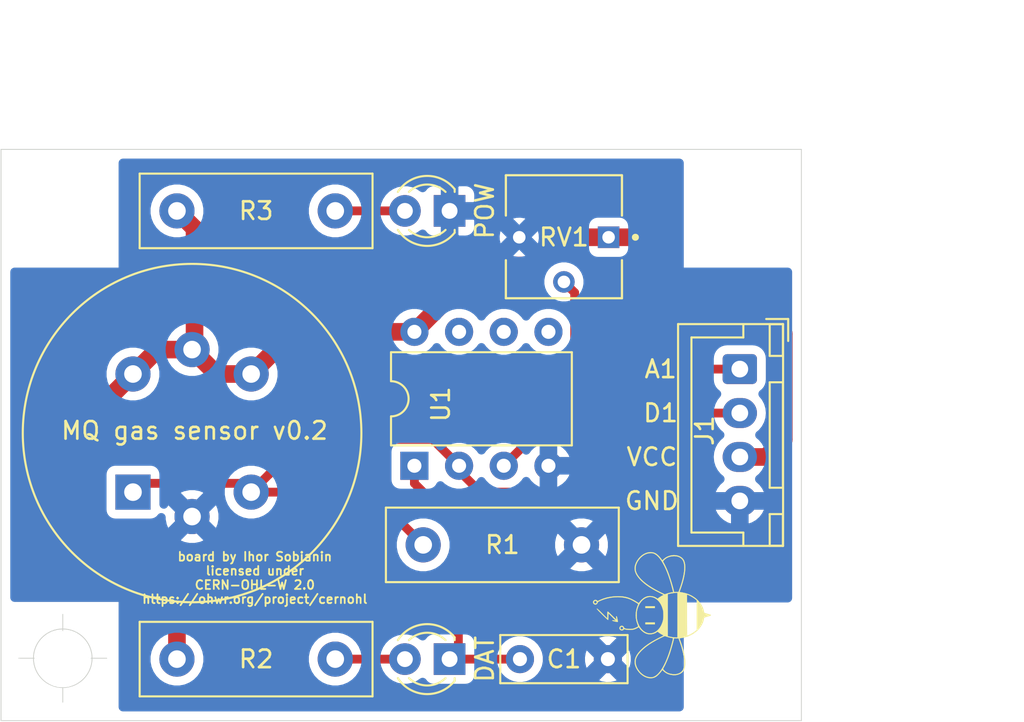
<source format=kicad_pcb>
(kicad_pcb (version 20171130) (host pcbnew 5.1.10-88a1d61d58~90~ubuntu20.04.1)

  (general
    (thickness 1.6)
    (drawings 18)
    (tracks 57)
    (zones 0)
    (modules 15)
    (nets 8)
  )

  (page A4)
  (layers
    (0 F.Cu signal)
    (31 B.Cu signal)
    (32 B.Adhes user)
    (33 F.Adhes user)
    (34 B.Paste user)
    (35 F.Paste user)
    (36 B.SilkS user)
    (37 F.SilkS user)
    (38 B.Mask user)
    (39 F.Mask user)
    (40 Dwgs.User user)
    (41 Cmts.User user)
    (42 Eco1.User user)
    (43 Eco2.User user)
    (44 Edge.Cuts user)
    (45 Margin user)
    (46 B.CrtYd user)
    (47 F.CrtYd user)
    (48 B.Fab user)
    (49 F.Fab user hide)
  )

  (setup
    (last_trace_width 1)
    (user_trace_width 0.5)
    (user_trace_width 1)
    (trace_clearance 0.2)
    (zone_clearance 0.5)
    (zone_45_only no)
    (trace_min 0.2)
    (via_size 0.8)
    (via_drill 0.4)
    (via_min_size 0.4)
    (via_min_drill 0.3)
    (uvia_size 0.3)
    (uvia_drill 0.1)
    (uvias_allowed no)
    (uvia_min_size 0.2)
    (uvia_min_drill 0.1)
    (edge_width 0.05)
    (segment_width 0.2)
    (pcb_text_width 0.3)
    (pcb_text_size 1.5 1.5)
    (mod_edge_width 0.12)
    (mod_text_size 1 1)
    (mod_text_width 0.15)
    (pad_size 1.524 1.524)
    (pad_drill 0.762)
    (pad_to_mask_clearance 0)
    (aux_axis_origin 127.5 116)
    (visible_elements 7FFFFFFF)
    (pcbplotparams
      (layerselection 0x3ffff_ffffffff)
      (usegerberextensions false)
      (usegerberattributes false)
      (usegerberadvancedattributes false)
      (creategerberjobfile false)
      (excludeedgelayer true)
      (linewidth 0.100000)
      (plotframeref false)
      (viasonmask false)
      (mode 1)
      (useauxorigin false)
      (hpglpennumber 1)
      (hpglpenspeed 20)
      (hpglpendiameter 15.000000)
      (psnegative false)
      (psa4output false)
      (plotreference true)
      (plotvalue true)
      (plotinvisibletext false)
      (padsonsilk false)
      (subtractmaskfromsilk false)
      (outputformat 1)
      (mirror false)
      (drillshape 0)
      (scaleselection 1)
      (outputdirectory "gerber/"))
  )

  (net 0 "")
  (net 1 GND)
  (net 2 D1)
  (net 3 "Net-(D1-Pad2)")
  (net 4 "Net-(D2-Pad2)")
  (net 5 A1)
  (net 6 +5V)
  (net 7 "Net-(RV1-Pad2)")

  (net_class Default "This is the default net class."
    (clearance 0.2)
    (trace_width 0.25)
    (via_dia 0.8)
    (via_drill 0.4)
    (uvia_dia 0.3)
    (uvia_drill 0.1)
    (add_net +5V)
    (add_net A1)
    (add_net D1)
    (add_net GND)
    (add_net "Net-(D1-Pad2)")
    (add_net "Net-(D2-Pad2)")
    (add_net "Net-(RV1-Pad2)")
  )

  (module logo-beehive:logo-beehive-7_2х6_7mm (layer F.Cu) (tedit 0) (tstamp 5FD2C7A3)
    (at 161 113.5 90)
    (fp_text reference G*** (at 0 0 90) (layer F.SilkS) hide
      (effects (font (size 1.524 1.524) (thickness 0.3)))
    )
    (fp_text value LOGO (at 0.75 0 90) (layer F.SilkS) hide
      (effects (font (size 1.524 1.524) (thickness 0.3)))
    )
    (fp_poly (pts (xy 0.508 0.173182) (xy 0.404091 0.173182) (xy 0.404091 -0.369454) (xy 0.508 -0.369454)
      (xy 0.508 0.173182)) (layer F.SilkS) (width 0.01))
    (fp_poly (pts (xy -0.415636 0.173182) (xy -0.519546 0.173182) (xy -0.519546 -0.369454) (xy -0.415636 -0.369454)
      (xy -0.415636 0.173182)) (layer F.SilkS) (width 0.01))
    (fp_poly (pts (xy 0.373099 -3.122533) (xy 0.369224 -3.109199) (xy 0.354184 -3.086757) (xy 0.327016 -3.054031)
      (xy 0.28676 -3.009848) (xy 0.232455 -2.953033) (xy 0.16314 -2.882413) (xy 0.096827 -2.815781)
      (xy -0.190327 -2.528454) (xy 0.008746 -2.528454) (xy 0.081153 -2.528276) (xy 0.133629 -2.52753)
      (xy 0.169333 -2.525895) (xy 0.191424 -2.523054) (xy 0.203059 -2.518688) (xy 0.207397 -2.512477)
      (xy 0.207818 -2.50835) (xy 0.199922 -2.495335) (xy 0.177598 -2.468358) (xy 0.14289 -2.429638)
      (xy 0.097844 -2.381393) (xy 0.044505 -2.325843) (xy -0.015081 -2.265206) (xy -0.031647 -2.248578)
      (xy -0.107675 -2.171851) (xy -0.167131 -2.110416) (xy -0.21038 -2.063869) (xy -0.237787 -2.031809)
      (xy -0.249716 -2.01383) (xy -0.248124 -2.009314) (xy -0.224942 -2.01189) (xy -0.188032 -2.018168)
      (xy -0.15317 -2.025161) (xy -0.112516 -2.033013) (xy -0.088124 -2.034732) (xy -0.073974 -2.030254)
      (xy -0.067646 -2.024266) (xy -0.060571 -2.01187) (xy -0.063805 -2.001313) (xy -0.079929 -1.991447)
      (xy -0.111523 -1.981122) (xy -0.161166 -1.969192) (xy -0.218458 -1.957139) (xy -0.281228 -1.944397)
      (xy -0.325023 -1.935816) (xy -0.353499 -1.93097) (xy -0.370313 -1.929433) (xy -0.379119 -1.930779)
      (xy -0.383574 -1.934583) (xy -0.385558 -1.937671) (xy -0.386495 -1.953939) (xy -0.382402 -1.986838)
      (xy -0.374463 -2.031182) (xy -0.363866 -2.081789) (xy -0.351794 -2.133474) (xy -0.339436 -2.181054)
      (xy -0.327975 -2.219345) (xy -0.318599 -2.243164) (xy -0.31449 -2.248343) (xy -0.295101 -2.249946)
      (xy -0.285455 -2.234986) (xy -0.285226 -2.201866) (xy -0.294087 -2.148986) (xy -0.294139 -2.148738)
      (xy -0.302673 -2.107185) (xy -0.308924 -2.074871) (xy -0.311687 -2.05806) (xy -0.311727 -2.057342)
      (xy -0.303951 -2.063003) (xy -0.282058 -2.082978) (xy -0.248202 -2.115196) (xy -0.204539 -2.157586)
      (xy -0.153221 -2.208077) (xy -0.103751 -2.257256) (xy 0.104224 -2.464954) (xy -0.083408 -2.470727)
      (xy -0.15498 -2.473257) (xy -0.20655 -2.476017) (xy -0.241206 -2.479383) (xy -0.262038 -2.48373)
      (xy -0.272134 -2.489436) (xy -0.274392 -2.494) (xy -0.267207 -2.50546) (xy -0.245659 -2.530835)
      (xy -0.211923 -2.567927) (xy -0.168174 -2.614538) (xy -0.116585 -2.668467) (xy -0.059333 -2.727516)
      (xy 0.001408 -2.789486) (xy 0.063464 -2.852177) (xy 0.12466 -2.913392) (xy 0.18282 -2.97093)
      (xy 0.235771 -3.022593) (xy 0.281337 -3.066181) (xy 0.317345 -3.099496) (xy 0.341618 -3.120339)
      (xy 0.351193 -3.126571) (xy 0.366768 -3.127932) (xy 0.373099 -3.122533)) (layer F.SilkS) (width 0.01))
    (fp_poly (pts (xy 0.781124 -3.338272) (xy 0.820066 -3.312623) (xy 0.850866 -3.27735) (xy 0.862381 -3.253557)
      (xy 0.869381 -3.203831) (xy 0.86004 -3.155836) (xy 0.836291 -3.117453) (xy 0.826963 -3.109228)
      (xy 0.800557 -3.08931) (xy 0.860848 -2.961859) (xy 0.942059 -2.765907) (xy 1.003933 -2.561687)
      (xy 1.0468 -2.347606) (xy 1.070993 -2.122074) (xy 1.077124 -1.922318) (xy 1.073712 -1.775328)
      (xy 1.063437 -1.645173) (xy 1.045563 -1.526426) (xy 1.019354 -1.413658) (xy 0.998815 -1.345045)
      (xy 0.968368 -1.263013) (xy 0.926952 -1.169003) (xy 0.877686 -1.069335) (xy 0.823684 -0.970328)
      (xy 0.770857 -0.882677) (xy 0.741321 -0.836271) (xy 0.716056 -0.796521) (xy 0.69781 -0.767754)
      (xy 0.689434 -0.754466) (xy 0.694321 -0.742271) (xy 0.714538 -0.722105) (xy 0.745386 -0.698528)
      (xy 0.810309 -0.647155) (xy 0.876016 -0.583521) (xy 0.937047 -0.513779) (xy 0.987937 -0.444085)
      (xy 1.018545 -0.390721) (xy 1.053095 -0.310872) (xy 1.074433 -0.238095) (xy 1.084874 -0.162371)
      (xy 1.086945 -0.094934) (xy 1.076086 0.020467) (xy 1.045188 0.132328) (xy 0.995987 0.235343)
      (xy 0.96275 0.284984) (xy 0.935175 0.321741) (xy 0.996225 0.402894) (xy 1.032255 0.454242)
      (xy 1.070613 0.514339) (xy 1.103634 0.571117) (xy 1.10681 0.577014) (xy 1.156345 0.669982)
      (xy 1.269255 0.441786) (xy 1.379742 0.226784) (xy 1.488243 0.032834) (xy 1.595982 -0.141879)
      (xy 1.704185 -0.29917) (xy 1.814075 -0.440853) (xy 1.926878 -0.568743) (xy 2.004467 -0.647395)
      (xy 2.12895 -0.758498) (xy 2.2502 -0.847038) (xy 2.36916 -0.913164) (xy 2.48677 -0.957023)
      (xy 2.603972 -0.978764) (xy 2.721707 -0.978534) (xy 2.840917 -0.956481) (xy 2.962542 -0.912754)
      (xy 3.087524 -0.847501) (xy 3.125835 -0.823735) (xy 3.238046 -0.741435) (xy 3.336093 -0.648795)
      (xy 3.419199 -0.547932) (xy 3.486591 -0.440965) (xy 3.537492 -0.33001) (xy 3.571127 -0.217185)
      (xy 3.586721 -0.104607) (xy 3.583499 0.005605) (xy 3.560685 0.111335) (xy 3.517504 0.210464)
      (xy 3.509522 0.224138) (xy 3.467783 0.282863) (xy 3.410567 0.348425) (xy 3.342435 0.416194)
      (xy 3.267951 0.481537) (xy 3.215409 0.522663) (xy 3.176019 0.551978) (xy 3.144162 0.575822)
      (xy 3.123999 0.591072) (xy 3.119139 0.594895) (xy 3.125036 0.603996) (xy 3.144107 0.625315)
      (xy 3.172877 0.655066) (xy 3.189509 0.671619) (xy 3.25791 0.75317) (xy 3.316458 0.851565)
      (xy 3.363304 0.961991) (xy 3.396598 1.079634) (xy 3.414493 1.199678) (xy 3.417102 1.264228)
      (xy 3.40813 1.381577) (xy 3.38235 1.49233) (xy 3.34125 1.593721) (xy 3.286317 1.682986)
      (xy 3.219038 1.75736) (xy 3.140903 1.814077) (xy 3.113719 1.828107) (xy 3.009087 1.865839)
      (xy 2.886866 1.889603) (xy 2.747784 1.899491) (xy 2.592566 1.895596) (xy 2.42194 1.878011)
      (xy 2.236633 1.846829) (xy 2.037372 1.802142) (xy 1.824883 1.744044) (xy 1.599893 1.672626)
      (xy 1.430663 1.613046) (xy 1.320008 1.572564) (xy 1.295866 1.718578) (xy 1.25303 1.913354)
      (xy 1.190764 2.095947) (xy 1.10864 2.267293) (xy 1.006231 2.428329) (xy 0.923258 2.534228)
      (xy 0.814822 2.647279) (xy 0.693857 2.746765) (xy 0.563822 2.830581) (xy 0.428175 2.896622)
      (xy 0.290374 2.942784) (xy 0.229531 2.956334) (xy 0.189546 2.963931) (xy 0.158226 2.970106)
      (xy 0.143514 2.973255) (xy 0.135688 2.984969) (xy 0.123584 3.014497) (xy 0.108873 3.057339)
      (xy 0.093667 3.107452) (xy 0.076809 3.166365) (xy 0.060376 3.223781) (xy 0.0465 3.272257)
      (xy 0.038811 3.299114) (xy 0.025628 3.336932) (xy 0.012258 3.355729) (xy 0 3.359728)
      (xy -0.015288 3.353083) (xy -0.028404 3.330514) (xy -0.038811 3.299114) (xy -0.049206 3.262807)
      (xy -0.063822 3.211743) (xy -0.080529 3.153364) (xy -0.093667 3.107452) (xy -0.109311 3.055982)
      (xy -0.123971 3.013455) (xy -0.135977 2.984371) (xy -0.143515 2.973255) (xy -0.160656 2.969615)
      (xy -0.19313 2.96324) (xy -0.229531 2.956334) (xy -0.367186 2.919651) (xy -0.504219 2.862154)
      (xy -0.637175 2.785947) (xy -0.762596 2.693133) (xy -0.877026 2.585815) (xy -0.923269 2.534228)
      (xy -1.03903 2.38033) (xy -1.135257 2.214564) (xy -1.212083 2.036622) (xy -1.219586 2.011796)
      (xy -1.165985 2.011796) (xy -1.160628 2.030696) (xy -1.146181 2.0653) (xy -1.124874 2.111187)
      (xy -1.098933 2.163934) (xy -1.070588 2.219118) (xy -1.042066 2.272316) (xy -1.015595 2.319106)
      (xy -0.993403 2.355066) (xy -0.991985 2.357185) (xy -0.958579 2.404438) (xy -0.920872 2.454363)
      (xy -0.891354 2.490932) (xy -0.840013 2.551546) (xy 0.841033 2.551546) (xy 0.892441 2.490932)
      (xy 0.93843 2.432196) (xy 0.986502 2.362985) (xy 1.033888 2.288071) (xy 1.077819 2.212231)
      (xy 1.115523 2.140238) (xy 1.144233 2.076867) (xy 1.160841 2.028255) (xy 1.168594 1.997364)
      (xy 0.001251 1.997364) (xy -0.195644 1.997416) (xy -0.37057 1.997583) (xy -0.524648 1.997878)
      (xy -0.659 1.998316) (xy -0.774746 1.998909) (xy -0.873009 1.999671) (xy -0.95491 2.000618)
      (xy -1.02157 2.001762) (xy -1.074111 2.003117) (xy -1.113653 2.004698) (xy -1.141319 2.006517)
      (xy -1.158229 2.00859) (xy -1.165506 2.01093) (xy -1.165985 2.011796) (xy -1.219586 2.011796)
      (xy -1.26964 1.846195) (xy -1.308059 1.642973) (xy -1.310363 1.625739) (xy -1.317382 1.571614)
      (xy -1.42935 1.612882) (xy -1.629865 1.683029) (xy -1.825759 1.744185) (xy -2.015 1.795944)
      (xy -2.195555 1.837898) (xy -2.365393 1.869639) (xy -2.522479 1.89076) (xy -2.664783 1.900853)
      (xy -2.790271 1.899511) (xy -2.838314 1.895344) (xy -2.96209 1.875638) (xy -3.066609 1.846125)
      (xy -3.154103 1.80545) (xy -3.226803 1.752259) (xy -3.286941 1.685198) (xy -3.336747 1.602914)
      (xy -3.343746 1.588582) (xy -3.385695 1.481123) (xy -3.408942 1.37211) (xy -3.411475 1.320836)
      (xy -3.357374 1.320836) (xy -3.349051 1.403928) (xy -3.330314 1.480954) (xy -3.299783 1.559775)
      (xy -3.296364 1.567326) (xy -3.25627 1.634464) (xy -3.201534 1.697768) (xy -3.138721 1.750591)
      (xy -3.084262 1.782114) (xy -2.99339 1.813382) (xy -2.884978 1.834294) (xy -2.762244 1.844603)
      (xy -2.628408 1.844064) (xy -2.486691 1.83243) (xy -2.463978 1.829585) (xy -2.25216 1.794568)
      (xy -2.026325 1.743379) (xy -1.788428 1.676523) (xy -1.540425 1.594501) (xy -1.510962 1.583982)
      (xy -1.325191 1.51715) (xy -1.320921 1.390773) (xy -1.27 1.390773) (xy -1.27 1.454728)
      (xy 1.273528 1.454728) (xy 1.266408 1.330287) (xy 1.260547 1.26306) (xy 1.316252 1.26306)
      (xy 1.321954 1.512174) (xy 1.368136 1.530811) (xy 1.439484 1.558222) (xy 1.526724 1.589564)
      (xy 1.623473 1.622685) (xy 1.72335 1.655429) (xy 1.819972 1.685644) (xy 1.878735 1.703118)
      (xy 2.093291 1.760255) (xy 2.292609 1.802908) (xy 2.476182 1.831017) (xy 2.6435 1.844517)
      (xy 2.794056 1.843349) (xy 2.91629 1.829447) (xy 3.012927 1.807479) (xy 3.091872 1.777436)
      (xy 3.157765 1.737114) (xy 3.209942 1.690006) (xy 3.274118 1.607281) (xy 3.319819 1.513726)
      (xy 3.347495 1.407928) (xy 3.357597 1.28847) (xy 3.356526 1.229811) (xy 3.340665 1.088035)
      (xy 3.306955 0.96039) (xy 3.255506 0.847166) (xy 3.186427 0.748656) (xy 3.170098 0.730306)
      (xy 3.127268 0.685713) (xy 3.094795 0.657447) (xy 3.0686 0.643813) (xy 3.044605 0.643112)
      (xy 3.018734 0.65365) (xy 3.005226 0.661713) (xy 2.958944 0.688662) (xy 2.89593 0.722084)
      (xy 2.820825 0.759719) (xy 2.738272 0.799303) (xy 2.652912 0.838574) (xy 2.569387 0.875271)
      (xy 2.550619 0.883239) (xy 2.457139 0.920633) (xy 2.346529 0.961571) (xy 2.223166 1.004679)
      (xy 2.09143 1.048584) (xy 1.955698 1.091912) (xy 1.820349 1.133289) (xy 1.689763 1.171341)
      (xy 1.568317 1.204694) (xy 1.46039 1.231975) (xy 1.385859 1.248683) (xy 1.316252 1.26306)
      (xy 1.260547 1.26306) (xy 1.259747 1.253895) (xy 1.248535 1.167625) (xy 1.234147 1.079964)
      (xy 1.217961 0.9994) (xy 1.203276 0.940955) (xy 1.193293 0.906319) (xy -1.194304 0.906319)
      (xy -1.220268 1.010228) (xy -1.23911 1.098477) (xy -1.254501 1.195531) (xy -1.26518 1.29174)
      (xy -1.269885 1.377451) (xy -1.27 1.390773) (xy -1.320921 1.390773) (xy -1.316645 1.264228)
      (xy -1.434754 1.236895) (xy -1.501797 1.22041) (xy -1.585737 1.198273) (xy -1.681508 1.171947)
      (xy -1.78404 1.142901) (xy -1.888267 1.112598) (xy -1.989119 1.082507) (xy -2.08153 1.054092)
      (xy -2.160431 1.02882) (xy -2.199409 1.015696) (xy -2.323182 0.971175) (xy -2.448985 0.92273)
      (xy -2.572984 0.872035) (xy -2.691345 0.820767) (xy -2.800235 0.770601) (xy -2.89582 0.723212)
      (xy -2.974265 0.680275) (xy -2.993815 0.668554) (xy -3.027147 0.649909) (xy -3.05353 0.642358)
      (xy -3.078126 0.647357) (xy -3.106096 0.666363) (xy -3.142603 0.700832) (xy -3.15587 0.714282)
      (xy -3.232717 0.809128) (xy -3.291358 0.918026) (xy -3.331675 1.040673) (xy -3.353547 1.176766)
      (xy -3.356664 1.223819) (xy -3.357374 1.320836) (xy -3.411475 1.320836) (xy -3.414734 1.254894)
      (xy -3.413307 1.218046) (xy -3.396132 1.080679) (xy -3.361188 0.952052) (xy -3.309573 0.83484)
      (xy -3.242385 0.731716) (xy -3.188985 0.671619) (xy -3.1569 0.639059) (xy -3.132792 0.613101)
      (xy -3.120127 0.597552) (xy -3.119139 0.594895) (xy -3.1295 0.586909) (xy -3.154289 0.568322)
      (xy -3.189354 0.542238) (xy -3.216089 0.522438) (xy -3.292731 0.461203) (xy -3.366118 0.3941)
      (xy -3.431605 0.325854) (xy -3.484547 0.261184) (xy -3.509522 0.224148) (xy -3.556269 0.125261)
      (xy -3.582294 0.01982) (xy -3.58729 -0.071302) (xy -3.531475 -0.071302) (xy -3.530831 -0.039606)
      (xy -3.527441 0.015291) (xy -3.521365 0.056568) (xy -3.510236 0.093692) (xy -3.491685 0.136134)
      (xy -3.481814 0.156403) (xy -3.425027 0.248295) (xy -3.345829 0.340169) (xy -3.244895 0.431635)
      (xy -3.122901 0.522299) (xy -2.980524 0.611771) (xy -2.81844 0.699659) (xy -2.637324 0.785571)
      (xy -2.437852 0.869116) (xy -2.220702 0.949901) (xy -1.986548 1.027535) (xy -1.9685 1.033164)
      (xy -1.899652 1.053987) (xy -1.823419 1.076095) (xy -1.742903 1.098684) (xy -1.661204 1.120951)
      (xy -1.581421 1.142094) (xy -1.506657 1.161309) (xy -1.440011 1.177795) (xy -1.384584 1.190747)
      (xy -1.343476 1.199364) (xy -1.319788 1.202841) (xy -1.315331 1.202301) (xy -1.310525 1.18843)
      (xy -1.303023 1.157156) (xy -1.294048 1.113834) (xy -1.288644 1.085273) (xy -1.275538 1.023924)
      (xy -1.257466 0.952675) (xy -1.237498 0.883276) (xy -1.228744 0.855882) (xy -1.188907 0.736173)
      (xy -1.190922 0.731736) (xy 1.187715 0.731736) (xy 1.224028 0.841244) (xy 1.24494 0.908541)
      (xy 1.264527 0.979266) (xy 1.281511 1.04802) (xy 1.294618 1.109401) (xy 1.302571 1.158011)
      (xy 1.304386 1.181301) (xy 1.307638 1.204155) (xy 1.31928 1.209081) (xy 1.324841 1.207791)
      (xy 1.342821 1.202968) (xy 1.378686 1.193763) (xy 1.427904 1.181327) (xy 1.485942 1.166807)
      (xy 1.512454 1.160216) (xy 1.7631 1.094106) (xy 2.000962 1.023487) (xy 2.225116 0.948828)
      (xy 2.434641 0.870599) (xy 2.628614 0.789271) (xy 2.806113 0.705311) (xy 2.966216 0.61919)
      (xy 3.108001 0.531377) (xy 3.230545 0.442341) (xy 3.332927 0.352553) (xy 3.414223 0.262482)
      (xy 3.473511 0.172596) (xy 3.480994 0.15806) (xy 3.502829 0.111304) (xy 3.516532 0.072763)
      (xy 3.524475 0.033013) (xy 3.529027 -0.017368) (xy 3.530161 -0.037404) (xy 3.525184 -0.160604)
      (xy 3.497675 -0.281907) (xy 3.448182 -0.400087) (xy 3.377254 -0.513921) (xy 3.285439 -0.622184)
      (xy 3.25425 -0.653064) (xy 3.14536 -0.74489) (xy 3.031263 -0.818683) (xy 2.914113 -0.873715)
      (xy 2.796064 -0.909257) (xy 2.679268 -0.924579) (xy 2.565881 -0.918952) (xy 2.505364 -0.906562)
      (xy 2.39331 -0.865968) (xy 2.278736 -0.803154) (xy 2.162206 -0.718784) (xy 2.044283 -0.613524)
      (xy 1.925533 -0.488036) (xy 1.80652 -0.342986) (xy 1.687807 -0.179037) (xy 1.56996 0.003146)
      (xy 1.453542 0.202899) (xy 1.339118 0.419558) (xy 1.284575 0.530391) (xy 1.187715 0.731736)
      (xy -1.190922 0.731736) (xy -1.242049 0.6192) (xy -1.344968 0.403905) (xy -1.452176 0.201117)
      (xy -1.562851 0.011828) (xy -1.676172 -0.16297) (xy -1.791318 -0.322286) (xy -1.907468 -0.465127)
      (xy -2.0238 -0.590502) (xy -2.139494 -0.697418) (xy -2.253727 -0.784885) (xy -2.36568 -0.851909)
      (xy -2.47453 -0.8975) (xy -2.505364 -0.906562) (xy -2.615938 -0.924099) (xy -2.731113 -0.920284)
      (xy -2.848734 -0.895846) (xy -2.966648 -0.851514) (xy -3.082701 -0.788017) (xy -3.19474 -0.706084)
      (xy -3.25425 -0.653064) (xy -3.352283 -0.546482) (xy -3.429568 -0.433803) (xy -3.485559 -0.316239)
      (xy -3.51971 -0.195001) (xy -3.531475 -0.071302) (xy -3.58729 -0.071302) (xy -3.588325 -0.090174)
      (xy -3.575091 -0.202723) (xy -3.543319 -0.315828) (xy -3.493736 -0.427488) (xy -3.427071 -0.535706)
      (xy -3.344052 -0.638481) (xy -3.245405 -0.733815) (xy -3.131858 -0.819709) (xy -3.128818 -0.821729)
      (xy -3.003531 -0.894559) (xy -2.880454 -0.945281) (xy -2.758981 -0.973797) (xy -2.638509 -0.980009)
      (xy -2.518432 -0.96382) (xy -2.398146 -0.925131) (xy -2.277046 -0.863845) (xy -2.154528 -0.779862)
      (xy -2.029987 -0.673087) (xy -1.993285 -0.637726) (xy -1.876664 -0.514496) (xy -1.76359 -0.378067)
      (xy -1.652878 -0.226667) (xy -1.543339 -0.058527) (xy -1.433786 0.128125) (xy -1.323032 0.335058)
      (xy -1.269145 0.442009) (xy -1.156125 0.670426) (xy -1.109291 0.580554) (xy -1.078495 0.526225)
      (xy -1.040587 0.466059) (xy -1.003155 0.412031) (xy -0.998816 0.406212) (xy -0.935175 0.321741)
      (xy -0.962751 0.284984) (xy -1.021033 0.188878) (xy -1.061938 0.08109) (xy -1.083733 -0.033077)
      (xy -1.086945 -0.094934) (xy -1.086541 -0.104581) (xy -1.03596 -0.104581) (xy -1.026154 0.004092)
      (xy -0.995446 0.109498) (xy -0.944929 0.210166) (xy -0.875696 0.304621) (xy -0.78884 0.391391)
      (xy -0.685456 0.469002) (xy -0.566635 0.535983) (xy -0.433472 0.590859) (xy -0.423003 0.594423)
      (xy -0.343148 0.618909) (xy -0.268002 0.636303) (xy -0.191285 0.647415) (xy -0.10671 0.653053)
      (xy -0.007997 0.654028) (xy 0.034636 0.653341) (xy 0.112848 0.651127) (xy 0.17405 0.647841)
      (xy 0.224321 0.642791) (xy 0.269739 0.635286) (xy 0.316383 0.624634) (xy 0.339248 0.618667)
      (xy 0.48028 0.572409) (xy 0.60799 0.513494) (xy 0.721255 0.443288) (xy 0.818952 0.363159)
      (xy 0.89996 0.274475) (xy 0.963155 0.178601) (xy 1.007416 0.076906) (xy 1.031619 -0.029243)
      (xy 1.034643 -0.13848) (xy 1.02377 -0.215046) (xy 0.988557 -0.32622) (xy 0.932382 -0.430687)
      (xy 0.856726 -0.527164) (xy 0.763074 -0.614365) (xy 0.652907 -0.691003) (xy 0.527709 -0.755794)
      (xy 0.388962 -0.807452) (xy 0.317435 -0.827343) (xy 0.265651 -0.839627) (xy 0.220998 -0.848283)
      (xy 0.17729 -0.853929) (xy 0.128345 -0.85718) (xy 0.067978 -0.858652) (xy 0 -0.858965)
      (xy -0.075828 -0.858546) (xy -0.134778 -0.856879) (xy -0.183055 -0.853351) (xy -0.226862 -0.847346)
      (xy -0.272404 -0.838251) (xy -0.3175 -0.827536) (xy -0.462194 -0.78292) (xy -0.594078 -0.724467)
      (xy -0.711668 -0.653466) (xy -0.813482 -0.571202) (xy -0.898035 -0.478962) (xy -0.963844 -0.378032)
      (xy -1.009426 -0.269698) (xy -1.02377 -0.215046) (xy -1.03596 -0.104581) (xy -1.086541 -0.104581)
      (xy -1.083385 -0.179891) (xy -1.070732 -0.2541) (xy -1.046671 -0.327578) (xy -1.018545 -0.390721)
      (xy -0.980207 -0.455708) (xy -0.927199 -0.525847) (xy -0.864982 -0.594984) (xy -0.799018 -0.656964)
      (xy -0.745379 -0.698532) (xy -0.681877 -0.742268) (xy -0.711307 -0.789657) (xy -0.775382 -0.91204)
      (xy -0.815808 -1.027545) (xy -0.827612 -1.090213) (xy -0.834802 -1.168285) (xy -0.837383 -1.254538)
      (xy -0.835358 -1.341751) (xy -0.828733 -1.422702) (xy -0.81751 -1.490171) (xy -0.815547 -1.498229)
      (xy -0.794048 -1.58214) (xy -0.823808 -1.60555) (xy -0.855103 -1.643446) (xy -0.868873 -1.689922)
      (xy -0.86773 -1.706645) (xy -0.819727 -1.706645) (xy -0.810207 -1.679885) (xy -0.786971 -1.652868)
      (xy -0.758005 -1.63322) (xy -0.737292 -1.627909) (xy -0.710612 -1.635591) (xy -0.684812 -1.653012)
      (xy -0.663044 -1.686513) (xy -0.659999 -1.722991) (xy -0.673306 -1.756371) (xy -0.700596 -1.780577)
      (xy -0.738071 -1.789545) (xy -0.771185 -1.779412) (xy -0.800241 -1.754129) (xy -0.817681 -1.721369)
      (xy -0.819727 -1.706645) (xy -0.86773 -1.706645) (xy -0.865518 -1.739005) (xy -0.845439 -1.784719)
      (xy -0.809361 -1.820873) (xy -0.764231 -1.842776) (xy -0.71985 -1.844407) (xy -0.67516 -1.829062)
      (xy -0.639173 -1.800811) (xy -0.612432 -1.758947) (xy -0.600564 -1.712661) (xy -0.600407 -1.706982)
      (xy -0.610708 -1.664952) (xy -0.637735 -1.624526) (xy -0.675862 -1.593111) (xy -0.693329 -1.584583)
      (xy -0.721895 -1.570686) (xy -0.739711 -1.55217) (xy -0.753326 -1.521228) (xy -0.757751 -1.507784)
      (xy -0.769308 -1.45586) (xy -0.777432 -1.387829) (xy -0.781948 -1.310446) (xy -0.782678 -1.230465)
      (xy -0.779447 -1.15464) (xy -0.772077 -1.089725) (xy -0.769104 -1.073727) (xy -0.757296 -1.030294)
      (xy -0.73904 -0.97831) (xy -0.716774 -0.923294) (xy -0.692936 -0.870762) (xy -0.669964 -0.826231)
      (xy -0.650298 -0.795219) (xy -0.641975 -0.786089) (xy -0.623931 -0.784078) (xy -0.587414 -0.793208)
      (xy -0.531675 -0.81367) (xy -0.528876 -0.814791) (xy -0.356342 -0.871998) (xy -0.181043 -0.906566)
      (xy -0.004425 -0.918495) (xy 0.172062 -0.907786) (xy 0.346972 -0.87444) (xy 0.518857 -0.818457)
      (xy 0.529286 -0.814279) (xy 0.629227 -0.773804) (xy 0.652693 -0.802464) (xy 0.675511 -0.833998)
      (xy 0.706046 -0.881335) (xy 0.741548 -0.939695) (xy 0.779269 -1.004299) (xy 0.816461 -1.070367)
      (xy 0.850376 -1.133118) (xy 0.878263 -1.187772) (xy 0.894974 -1.223818) (xy 0.952283 -1.384565)
      (xy 0.993139 -1.55845) (xy 1.017692 -1.742563) (xy 1.026091 -1.933994) (xy 1.018488 -2.129834)
      (xy 0.995032 -2.327174) (xy 0.955874 -2.523103) (xy 0.901163 -2.714712) (xy 0.83105 -2.899092)
      (xy 0.805599 -2.955636) (xy 0.782039 -3.005003) (xy 0.764405 -3.037704) (xy 0.749165 -3.058139)
      (xy 0.732786 -3.070709) (xy 0.711739 -3.079812) (xy 0.70366 -3.082636) (xy 0.659252 -3.106825)
      (xy 0.624129 -3.142791) (xy 0.603562 -3.184206) (xy 0.600364 -3.206712) (xy 0.604074 -3.224306)
      (xy 0.659665 -3.224306) (xy 0.662521 -3.188954) (xy 0.683492 -3.15701) (xy 0.688511 -3.152747)
      (xy 0.725237 -3.132232) (xy 0.758193 -3.133638) (xy 0.791365 -3.157134) (xy 0.791388 -3.157157)
      (xy 0.814899 -3.190331) (xy 0.816319 -3.223285) (xy 0.795819 -3.260007) (xy 0.795798 -3.260034)
      (xy 0.76393 -3.285504) (xy 0.738071 -3.290454) (xy 0.699613 -3.281092) (xy 0.672753 -3.257031)
      (xy 0.659665 -3.224306) (xy 0.604074 -3.224306) (xy 0.611034 -3.257305) (xy 0.639695 -3.301015)
      (xy 0.68132 -3.332816) (xy 0.730884 -3.347682) (xy 0.741833 -3.348181) (xy 0.781124 -3.338272)) (layer F.SilkS) (width 0.01))
  )

  (module MountingHole:MountingHole_3.2mm_M3_DIN965 (layer F.Cu) (tedit 56D1B4CB) (tstamp 5F325354)
    (at 166 90.5)
    (descr "Mounting Hole 3.2mm, no annular, M3, DIN965")
    (tags "mounting hole 3.2mm no annular m3 din965")
    (attr virtual)
    (fp_text reference REF** (at 0 -3.8) (layer F.Fab)
      (effects (font (size 1 1) (thickness 0.15)))
    )
    (fp_text value MountingHole_3.2mm_M3_DIN965 (at 0 3.8) (layer F.Fab) hide
      (effects (font (size 1 1) (thickness 0.15)))
    )
    (fp_circle (center 0 0) (end 2.8 0) (layer Cmts.User) (width 0.15))
    (fp_circle (center 0 0) (end 3.05 0) (layer F.CrtYd) (width 0.05))
    (fp_text user %R (at 0.3 0) (layer F.Fab)
      (effects (font (size 1 1) (thickness 0.15)))
    )
    (pad 1 np_thru_hole circle (at 0 0) (size 3.2 3.2) (drill 3.2) (layers *.Cu *.Mask))
  )

  (module MountingHole:MountingHole_3.2mm_M3_DIN965 (layer F.Cu) (tedit 56D1B4CB) (tstamp 5F3251AF)
    (at 166 116)
    (descr "Mounting Hole 3.2mm, no annular, M3, DIN965")
    (tags "mounting hole 3.2mm no annular m3 din965")
    (attr virtual)
    (fp_text reference REF** (at 0 -3.8) (layer F.Fab)
      (effects (font (size 1 1) (thickness 0.15)))
    )
    (fp_text value MountingHole_3.2mm_M3_DIN965 (at 0 3.8) (layer F.Fab) hide
      (effects (font (size 1 1) (thickness 0.15)))
    )
    (fp_circle (center 0 0) (end 3.05 0) (layer F.CrtYd) (width 0.05))
    (fp_circle (center 0 0) (end 2.8 0) (layer Cmts.User) (width 0.15))
    (fp_text user %R (at 0.3 0) (layer F.Fab)
      (effects (font (size 1 1) (thickness 0.15)))
    )
    (pad 1 np_thru_hole circle (at 0 0) (size 3.2 3.2) (drill 3.2) (layers *.Cu *.Mask))
  )

  (module MountingHole:MountingHole_3.2mm_M3_DIN965 (layer F.Cu) (tedit 56D1B4CB) (tstamp 5F3251AF)
    (at 127.5 90.5)
    (descr "Mounting Hole 3.2mm, no annular, M3, DIN965")
    (tags "mounting hole 3.2mm no annular m3 din965")
    (attr virtual)
    (fp_text reference REF** (at 0 -3.8) (layer F.Fab)
      (effects (font (size 1 1) (thickness 0.15)))
    )
    (fp_text value MountingHole_3.2mm_M3_DIN965 (at 0 3.8) (layer F.Fab) hide
      (effects (font (size 1 1) (thickness 0.15)))
    )
    (fp_circle (center 0 0) (end 3.05 0) (layer F.CrtYd) (width 0.05))
    (fp_circle (center 0 0) (end 2.8 0) (layer Cmts.User) (width 0.15))
    (fp_text user %R (at 0.3 0) (layer F.Fab)
      (effects (font (size 1 1) (thickness 0.15)))
    )
    (pad 1 np_thru_hole circle (at 0 0) (size 3.2 3.2) (drill 3.2) (layers *.Cu *.Mask))
  )

  (module MountingHole:MountingHole_3.2mm_M3_DIN965 (layer F.Cu) (tedit 56D1B4CB) (tstamp 5F325196)
    (at 127.5 116)
    (descr "Mounting Hole 3.2mm, no annular, M3, DIN965")
    (tags "mounting hole 3.2mm no annular m3 din965")
    (attr virtual)
    (fp_text reference REF** (at 0 -3.8) (layer F.Fab)
      (effects (font (size 1 1) (thickness 0.15)))
    )
    (fp_text value MountingHole_3.2mm_M3_DIN965 (at 0 3.8) (layer F.Fab) hide
      (effects (font (size 1 1) (thickness 0.15)))
    )
    (fp_circle (center 0 0) (end 2.8 0) (layer Cmts.User) (width 0.15))
    (fp_circle (center 0 0) (end 3.05 0) (layer F.CrtYd) (width 0.05))
    (fp_text user %R (at 0.3 0) (layer F.Fab)
      (effects (font (size 1 1) (thickness 0.15)))
    )
    (pad 1 np_thru_hole circle (at 0 0) (size 3.2 3.2) (drill 3.2) (layers *.Cu *.Mask))
  )

  (module Sensor:MQ-6 (layer F.Cu) (tedit 5D9B6A52) (tstamp 5F3232C7)
    (at 131.5 106.5 90)
    (descr "Gas Sensor, 6 pin, https://www.winsen-sensor.com/d/files/semiconductor/mq-6.pdf")
    (tags "gas sensor")
    (path /5F30F730)
    (fp_text reference A1 (at 10 0 180) (layer F.SilkS) hide
      (effects (font (size 1 1) (thickness 0.15)))
    )
    (fp_text value MQ-135 (at 3.36 14.36 90) (layer F.Fab)
      (effects (font (size 1 1) (thickness 0.15)))
    )
    (fp_circle (center 3.36 3.36) (end 12.86 3.36) (layer F.Fab) (width 0.1))
    (fp_circle (center 3.36 3.36) (end 12.985 3.36) (layer F.SilkS) (width 0.12))
    (fp_circle (center 3.36 3.36) (end 13.11 3.36) (layer F.CrtYd) (width 0.05))
    (fp_text user %R (at 3.65 3.68 90) (layer F.Fab)
      (effects (font (size 1 1) (thickness 0.15)))
    )
    (pad 6 thru_hole circle (at 6.72 0) (size 2 2) (drill 1) (layers *.Cu *.Mask)
      (net 6 +5V))
    (pad 4 thru_hole circle (at 6.72 6.72 270) (size 2 2) (drill 1) (layers *.Cu *.Mask)
      (net 6 +5V))
    (pad 3 thru_hole circle (at 0 6.72 180) (size 2 2) (drill 1) (layers *.Cu *.Mask)
      (net 5 A1))
    (pad 1 thru_hole rect (at 0 0 90) (size 2 2) (drill 1) (layers *.Cu *.Mask)
      (net 5 A1))
    (pad 5 thru_hole circle (at 8.11 3.36 90) (size 2 2) (drill 1) (layers *.Cu *.Mask)
      (net 6 +5V))
    (pad 2 thru_hole circle (at -1.39 3.36 90) (size 2 2) (drill 1) (layers *.Cu *.Mask)
      (net 1 GND))
    (model "E:/Program Files (x86)/KiCad/share/kicad/modules/Sensor.3dshapes/mq sensor.STEP"
      (offset (xyz 3.35 -3.42 0))
      (scale (xyz 0.45 0.45 0.45))
      (rotate (xyz -90 0 0))
    )
    (model "E:/Program Files (x86)/BeeHive/hardware/kicad_libraries/modules/BeeHive.3dshapes/mq sensor.STEP"
      (offset (xyz 3.35 -3.42 0))
      (scale (xyz 0.45 0.45 0.45))
      (rotate (xyz -90 0 0))
    )
  )

  (module Package_DIP:DIP-8_W7.62mm (layer F.Cu) (tedit 5A02E8C5) (tstamp 5F3232B9)
    (at 147.5 105 90)
    (descr "8-lead though-hole mounted DIP package, row spacing 7.62 mm (300 mils)")
    (tags "THT DIP DIL PDIP 2.54mm 7.62mm 300mil")
    (path /5F311FD8)
    (fp_text reference U1 (at 3.5 1.5 90) (layer F.SilkS)
      (effects (font (size 1 1) (thickness 0.15)))
    )
    (fp_text value LM393 (at 3.81 9.95 90) (layer F.Fab)
      (effects (font (size 1 1) (thickness 0.15)))
    )
    (fp_line (start 1.635 -1.27) (end 6.985 -1.27) (layer F.Fab) (width 0.1))
    (fp_line (start 6.985 -1.27) (end 6.985 8.89) (layer F.Fab) (width 0.1))
    (fp_line (start 6.985 8.89) (end 0.635 8.89) (layer F.Fab) (width 0.1))
    (fp_line (start 0.635 8.89) (end 0.635 -0.27) (layer F.Fab) (width 0.1))
    (fp_line (start 0.635 -0.27) (end 1.635 -1.27) (layer F.Fab) (width 0.1))
    (fp_line (start 2.81 -1.33) (end 1.16 -1.33) (layer F.SilkS) (width 0.12))
    (fp_line (start 1.16 -1.33) (end 1.16 8.95) (layer F.SilkS) (width 0.12))
    (fp_line (start 1.16 8.95) (end 6.46 8.95) (layer F.SilkS) (width 0.12))
    (fp_line (start 6.46 8.95) (end 6.46 -1.33) (layer F.SilkS) (width 0.12))
    (fp_line (start 6.46 -1.33) (end 4.81 -1.33) (layer F.SilkS) (width 0.12))
    (fp_line (start -1.1 -1.55) (end -1.1 9.15) (layer F.CrtYd) (width 0.05))
    (fp_line (start -1.1 9.15) (end 8.7 9.15) (layer F.CrtYd) (width 0.05))
    (fp_line (start 8.7 9.15) (end 8.7 -1.55) (layer F.CrtYd) (width 0.05))
    (fp_line (start 8.7 -1.55) (end -1.1 -1.55) (layer F.CrtYd) (width 0.05))
    (fp_text user %R (at 3.81 3.81 90) (layer F.Fab)
      (effects (font (size 1 1) (thickness 0.15)))
    )
    (fp_arc (start 3.81 -1.33) (end 2.81 -1.33) (angle -180) (layer F.SilkS) (width 0.12))
    (pad 8 thru_hole oval (at 7.62 0 90) (size 1.6 1.6) (drill 0.8) (layers *.Cu *.Mask)
      (net 6 +5V))
    (pad 4 thru_hole oval (at 0 7.62 90) (size 1.6 1.6) (drill 0.8) (layers *.Cu *.Mask)
      (net 1 GND))
    (pad 7 thru_hole oval (at 7.62 2.54 90) (size 1.6 1.6) (drill 0.8) (layers *.Cu *.Mask))
    (pad 3 thru_hole oval (at 0 5.08 90) (size 1.6 1.6) (drill 0.8) (layers *.Cu *.Mask)
      (net 7 "Net-(RV1-Pad2)"))
    (pad 6 thru_hole oval (at 7.62 5.08 90) (size 1.6 1.6) (drill 0.8) (layers *.Cu *.Mask))
    (pad 2 thru_hole oval (at 0 2.54 90) (size 1.6 1.6) (drill 0.8) (layers *.Cu *.Mask)
      (net 5 A1))
    (pad 5 thru_hole oval (at 7.62 7.62 90) (size 1.6 1.6) (drill 0.8) (layers *.Cu *.Mask))
    (pad 1 thru_hole rect (at 0 0 90) (size 1.6 1.6) (drill 0.8) (layers *.Cu *.Mask)
      (net 2 D1))
    (model ${KISYS3DMOD}/Package_DIP.3dshapes/DIP-8_W7.62mm.wrl
      (at (xyz 0 0 0))
      (scale (xyz 1 1 1))
      (rotate (xyz 0 0 0))
    )
  )

  (module 3362P-1-103:TRIM_3362P-1-103 (layer F.Cu) (tedit 5F314176) (tstamp 5F32329D)
    (at 156 92 180)
    (path /5F3115AA)
    (fp_text reference RV1 (at 0 0) (layer F.SilkS)
      (effects (font (size 1 1) (thickness 0.15)))
    )
    (fp_text value R_POT (at 6.7769 4.67565) (layer F.Fab)
      (effects (font (size 1.002394 1.002394) (thickness 0.015)))
    )
    (fp_circle (center -4.064 0) (end -3.964 0) (layer F.SilkS) (width 0.2))
    (fp_line (start 3.3 3.53) (end -3.3 3.53) (layer F.SilkS) (width 0.127))
    (fp_line (start -3.3 3.53) (end -3.3 -3.47) (layer F.Fab) (width 0.127))
    (fp_line (start 3.3 3.53) (end -3.3 3.53) (layer F.Fab) (width 0.127))
    (fp_line (start 3.3 -3.47) (end 3.3 3.53) (layer F.Fab) (width 0.127))
    (fp_line (start -3.3 -3.47) (end 3.3 -3.47) (layer F.Fab) (width 0.127))
    (fp_line (start 3.55 -3.72) (end 3.55 3.78) (layer F.CrtYd) (width 0.05))
    (fp_line (start -3.55 -3.72) (end 3.55 -3.72) (layer F.CrtYd) (width 0.05))
    (fp_line (start -3.55 3.78) (end -3.55 -3.72) (layer F.CrtYd) (width 0.05))
    (fp_line (start 3.55 3.78) (end -3.55 3.78) (layer F.CrtYd) (width 0.05))
    (fp_line (start 3.3 1.235) (end 3.3 3.52) (layer F.SilkS) (width 0.127))
    (fp_line (start 3.3 -3.47) (end 3.3 -1.305) (layer F.SilkS) (width 0.127))
    (fp_line (start -3.3 -3.47) (end 3.3 -3.47) (layer F.SilkS) (width 0.127))
    (fp_line (start -3.3 -1.305) (end -3.3 -3.47) (layer F.SilkS) (width 0.127))
    (fp_line (start -3.3 3.52) (end -3.3 1.235) (layer F.SilkS) (width 0.127))
    (pad 3 thru_hole circle (at 2.54 0 180) (size 1.222 1.222) (drill 0.714) (layers *.Cu *.Mask)
      (net 1 GND))
    (pad 2 thru_hole circle (at 0 -2.54 180) (size 1.222 1.222) (drill 0.714) (layers *.Cu *.Mask)
      (net 7 "Net-(RV1-Pad2)"))
    (pad 1 thru_hole rect (at -2.54 0 180) (size 1.222 1.222) (drill 0.714) (layers *.Cu *.Mask)
      (net 6 +5V))
    (model "E:/Program Files (x86)/KiCad/share/kicad/modules/3362P-1-103.pretty/Bourns_-_3362P-1-103LF.step"
      (at (xyz 0 0 0))
      (scale (xyz 1 1 1))
      (rotate (xyz 0 0 0))
    )
    (model "E:/Program Files (x86)/BeeHive/hardware/kicad_libraries/modules/BeeHive.3dshapes/Bourns_-_3362P-1-103LF.step"
      (at (xyz 0 0 0))
      (scale (xyz 1 1 1))
      (rotate (xyz 0 0 0))
    )
  )

  (module Resistor_THT:R_Box_L13.0mm_W4.0mm_P9.00mm (layer F.Cu) (tedit 5AE5139B) (tstamp 5F323287)
    (at 134 90.5)
    (descr "Resistor, Box series, Radial, pin pitch=9.00mm, 2W, length*width=13.0*4.0mm^2, http://www.produktinfo.conrad.com/datenblaetter/425000-449999/443860-da-01-de-METALLBAND_WIDERSTAND_0_1_OHM_5W_5Pr.pdf")
    (tags "Resistor Box series Radial pin pitch 9.00mm 2W length 13.0mm width 4.0mm")
    (path /5F35CEC6)
    (fp_text reference R3 (at 4.5 0) (layer F.SilkS)
      (effects (font (size 1 1) (thickness 0.15)))
    )
    (fp_text value 1k (at 4.5 3.25) (layer F.Fab)
      (effects (font (size 1 1) (thickness 0.15)))
    )
    (fp_line (start 11.25 -2.25) (end -2.25 -2.25) (layer F.CrtYd) (width 0.05))
    (fp_line (start 11.25 2.25) (end 11.25 -2.25) (layer F.CrtYd) (width 0.05))
    (fp_line (start -2.25 2.25) (end 11.25 2.25) (layer F.CrtYd) (width 0.05))
    (fp_line (start -2.25 -2.25) (end -2.25 2.25) (layer F.CrtYd) (width 0.05))
    (fp_line (start 11.12 -2.12) (end 11.12 2.12) (layer F.SilkS) (width 0.12))
    (fp_line (start -2.12 -2.12) (end -2.12 2.12) (layer F.SilkS) (width 0.12))
    (fp_line (start -2.12 2.12) (end 11.12 2.12) (layer F.SilkS) (width 0.12))
    (fp_line (start -2.12 -2.12) (end 11.12 -2.12) (layer F.SilkS) (width 0.12))
    (fp_line (start 11 -2) (end -2 -2) (layer F.Fab) (width 0.1))
    (fp_line (start 11 2) (end 11 -2) (layer F.Fab) (width 0.1))
    (fp_line (start -2 2) (end 11 2) (layer F.Fab) (width 0.1))
    (fp_line (start -2 -2) (end -2 2) (layer F.Fab) (width 0.1))
    (fp_text user %R (at 4.5 0) (layer F.Fab)
      (effects (font (size 1 1) (thickness 0.15)))
    )
    (pad 1 thru_hole circle (at 0 0) (size 2 2) (drill 1) (layers *.Cu *.Mask)
      (net 6 +5V))
    (pad 2 thru_hole circle (at 9 0) (size 2 2) (drill 1) (layers *.Cu *.Mask)
      (net 4 "Net-(D2-Pad2)"))
    (model ${KISYS3DMOD}/Resistor_THT.3dshapes/R_Box_L13.0mm_W4.0mm_P9.00mm.wrl
      (at (xyz 0 0 0))
      (scale (xyz 1 1 1))
      (rotate (xyz 0 0 0))
    )
  )

  (module Resistor_THT:R_Box_L13.0mm_W4.0mm_P9.00mm (layer F.Cu) (tedit 5AE5139B) (tstamp 5F323274)
    (at 134 116)
    (descr "Resistor, Box series, Radial, pin pitch=9.00mm, 2W, length*width=13.0*4.0mm^2, http://www.produktinfo.conrad.com/datenblaetter/425000-449999/443860-da-01-de-METALLBAND_WIDERSTAND_0_1_OHM_5W_5Pr.pdf")
    (tags "Resistor Box series Radial pin pitch 9.00mm 2W length 13.0mm width 4.0mm")
    (path /5F35167D)
    (fp_text reference R2 (at 4.5 0) (layer F.SilkS)
      (effects (font (size 1 1) (thickness 0.15)))
    )
    (fp_text value 1k (at 4.5 3.25) (layer F.Fab)
      (effects (font (size 1 1) (thickness 0.15)))
    )
    (fp_line (start -2 -2) (end -2 2) (layer F.Fab) (width 0.1))
    (fp_line (start -2 2) (end 11 2) (layer F.Fab) (width 0.1))
    (fp_line (start 11 2) (end 11 -2) (layer F.Fab) (width 0.1))
    (fp_line (start 11 -2) (end -2 -2) (layer F.Fab) (width 0.1))
    (fp_line (start -2.12 -2.12) (end 11.12 -2.12) (layer F.SilkS) (width 0.12))
    (fp_line (start -2.12 2.12) (end 11.12 2.12) (layer F.SilkS) (width 0.12))
    (fp_line (start -2.12 -2.12) (end -2.12 2.12) (layer F.SilkS) (width 0.12))
    (fp_line (start 11.12 -2.12) (end 11.12 2.12) (layer F.SilkS) (width 0.12))
    (fp_line (start -2.25 -2.25) (end -2.25 2.25) (layer F.CrtYd) (width 0.05))
    (fp_line (start -2.25 2.25) (end 11.25 2.25) (layer F.CrtYd) (width 0.05))
    (fp_line (start 11.25 2.25) (end 11.25 -2.25) (layer F.CrtYd) (width 0.05))
    (fp_line (start 11.25 -2.25) (end -2.25 -2.25) (layer F.CrtYd) (width 0.05))
    (fp_text user %R (at 4.5 0) (layer F.Fab)
      (effects (font (size 1 1) (thickness 0.15)))
    )
    (pad 2 thru_hole circle (at 9 0) (size 2 2) (drill 1) (layers *.Cu *.Mask)
      (net 3 "Net-(D1-Pad2)"))
    (pad 1 thru_hole circle (at 0 0) (size 2 2) (drill 1) (layers *.Cu *.Mask)
      (net 6 +5V))
    (model ${KISYS3DMOD}/Resistor_THT.3dshapes/R_Box_L13.0mm_W4.0mm_P9.00mm.wrl
      (at (xyz 0 0 0))
      (scale (xyz 1 1 1))
      (rotate (xyz 0 0 0))
    )
  )

  (module Resistor_THT:R_Box_L13.0mm_W4.0mm_P9.00mm (layer F.Cu) (tedit 5AE5139B) (tstamp 5F323261)
    (at 148 109.5)
    (descr "Resistor, Box series, Radial, pin pitch=9.00mm, 2W, length*width=13.0*4.0mm^2, http://www.produktinfo.conrad.com/datenblaetter/425000-449999/443860-da-01-de-METALLBAND_WIDERSTAND_0_1_OHM_5W_5Pr.pdf")
    (tags "Resistor Box series Radial pin pitch 9.00mm 2W length 13.0mm width 4.0mm")
    (path /5F31E868)
    (fp_text reference R1 (at 4.5 0) (layer F.SilkS)
      (effects (font (size 1 1) (thickness 0.15)))
    )
    (fp_text value 4,7k (at 4.5 3.25) (layer F.Fab)
      (effects (font (size 1 1) (thickness 0.15)))
    )
    (fp_line (start 11.25 -2.25) (end -2.25 -2.25) (layer F.CrtYd) (width 0.05))
    (fp_line (start 11.25 2.25) (end 11.25 -2.25) (layer F.CrtYd) (width 0.05))
    (fp_line (start -2.25 2.25) (end 11.25 2.25) (layer F.CrtYd) (width 0.05))
    (fp_line (start -2.25 -2.25) (end -2.25 2.25) (layer F.CrtYd) (width 0.05))
    (fp_line (start 11.12 -2.12) (end 11.12 2.12) (layer F.SilkS) (width 0.12))
    (fp_line (start -2.12 -2.12) (end -2.12 2.12) (layer F.SilkS) (width 0.12))
    (fp_line (start -2.12 2.12) (end 11.12 2.12) (layer F.SilkS) (width 0.12))
    (fp_line (start -2.12 -2.12) (end 11.12 -2.12) (layer F.SilkS) (width 0.12))
    (fp_line (start 11 -2) (end -2 -2) (layer F.Fab) (width 0.1))
    (fp_line (start 11 2) (end 11 -2) (layer F.Fab) (width 0.1))
    (fp_line (start -2 2) (end 11 2) (layer F.Fab) (width 0.1))
    (fp_line (start -2 -2) (end -2 2) (layer F.Fab) (width 0.1))
    (fp_text user %R (at 4.5 0) (layer F.Fab)
      (effects (font (size 1 1) (thickness 0.15)))
    )
    (pad 1 thru_hole circle (at 0 0) (size 2 2) (drill 1) (layers *.Cu *.Mask)
      (net 5 A1))
    (pad 2 thru_hole circle (at 9 0) (size 2 2) (drill 1) (layers *.Cu *.Mask)
      (net 1 GND))
    (model ${KISYS3DMOD}/Resistor_THT.3dshapes/R_Box_L13.0mm_W4.0mm_P9.00mm.wrl
      (at (xyz 0 0 0))
      (scale (xyz 1 1 1))
      (rotate (xyz 0 0 0))
    )
  )

  (module Connector_JST:JST_XH_B4B-XH-A_1x04_P2.50mm_Vertical (layer F.Cu) (tedit 5C28146C) (tstamp 5F3247E5)
    (at 166 99.5 270)
    (descr "JST XH series connector, B4B-XH-A (http://www.jst-mfg.com/product/pdf/eng/eXH.pdf), generated with kicad-footprint-generator")
    (tags "connector JST XH vertical")
    (path /5F32E16E)
    (fp_text reference J1 (at 3.5 2 270) (layer F.SilkS)
      (effects (font (size 1 1) (thickness 0.15)))
    )
    (fp_text value Conn_01x04 (at 3.75 4.6 90) (layer F.Fab)
      (effects (font (size 1 1) (thickness 0.15)))
    )
    (fp_line (start -2.45 -2.35) (end -2.45 3.4) (layer F.Fab) (width 0.1))
    (fp_line (start -2.45 3.4) (end 9.95 3.4) (layer F.Fab) (width 0.1))
    (fp_line (start 9.95 3.4) (end 9.95 -2.35) (layer F.Fab) (width 0.1))
    (fp_line (start 9.95 -2.35) (end -2.45 -2.35) (layer F.Fab) (width 0.1))
    (fp_line (start -2.56 -2.46) (end -2.56 3.51) (layer F.SilkS) (width 0.12))
    (fp_line (start -2.56 3.51) (end 10.06 3.51) (layer F.SilkS) (width 0.12))
    (fp_line (start 10.06 3.51) (end 10.06 -2.46) (layer F.SilkS) (width 0.12))
    (fp_line (start 10.06 -2.46) (end -2.56 -2.46) (layer F.SilkS) (width 0.12))
    (fp_line (start -2.95 -2.85) (end -2.95 3.9) (layer F.CrtYd) (width 0.05))
    (fp_line (start -2.95 3.9) (end 10.45 3.9) (layer F.CrtYd) (width 0.05))
    (fp_line (start 10.45 3.9) (end 10.45 -2.85) (layer F.CrtYd) (width 0.05))
    (fp_line (start 10.45 -2.85) (end -2.95 -2.85) (layer F.CrtYd) (width 0.05))
    (fp_line (start -0.625 -2.35) (end 0 -1.35) (layer F.Fab) (width 0.1))
    (fp_line (start 0 -1.35) (end 0.625 -2.35) (layer F.Fab) (width 0.1))
    (fp_line (start 0.75 -2.45) (end 0.75 -1.7) (layer F.SilkS) (width 0.12))
    (fp_line (start 0.75 -1.7) (end 6.75 -1.7) (layer F.SilkS) (width 0.12))
    (fp_line (start 6.75 -1.7) (end 6.75 -2.45) (layer F.SilkS) (width 0.12))
    (fp_line (start 6.75 -2.45) (end 0.75 -2.45) (layer F.SilkS) (width 0.12))
    (fp_line (start -2.55 -2.45) (end -2.55 -1.7) (layer F.SilkS) (width 0.12))
    (fp_line (start -2.55 -1.7) (end -0.75 -1.7) (layer F.SilkS) (width 0.12))
    (fp_line (start -0.75 -1.7) (end -0.75 -2.45) (layer F.SilkS) (width 0.12))
    (fp_line (start -0.75 -2.45) (end -2.55 -2.45) (layer F.SilkS) (width 0.12))
    (fp_line (start 8.25 -2.45) (end 8.25 -1.7) (layer F.SilkS) (width 0.12))
    (fp_line (start 8.25 -1.7) (end 10.05 -1.7) (layer F.SilkS) (width 0.12))
    (fp_line (start 10.05 -1.7) (end 10.05 -2.45) (layer F.SilkS) (width 0.12))
    (fp_line (start 10.05 -2.45) (end 8.25 -2.45) (layer F.SilkS) (width 0.12))
    (fp_line (start -2.55 -0.2) (end -1.8 -0.2) (layer F.SilkS) (width 0.12))
    (fp_line (start -1.8 -0.2) (end -1.8 2.75) (layer F.SilkS) (width 0.12))
    (fp_line (start -1.8 2.75) (end 3.75 2.75) (layer F.SilkS) (width 0.12))
    (fp_line (start 10.05 -0.2) (end 9.3 -0.2) (layer F.SilkS) (width 0.12))
    (fp_line (start 9.3 -0.2) (end 9.3 2.75) (layer F.SilkS) (width 0.12))
    (fp_line (start 9.3 2.75) (end 3.75 2.75) (layer F.SilkS) (width 0.12))
    (fp_line (start -1.6 -2.75) (end -2.85 -2.75) (layer F.SilkS) (width 0.12))
    (fp_line (start -2.85 -2.75) (end -2.85 -1.5) (layer F.SilkS) (width 0.12))
    (fp_text user %R (at 3.75 2.7 90) (layer F.Fab)
      (effects (font (size 1 1) (thickness 0.15)))
    )
    (pad 4 thru_hole oval (at 7.5 0 270) (size 1.7 1.95) (drill 0.95) (layers *.Cu *.Mask)
      (net 1 GND))
    (pad 3 thru_hole oval (at 5 0 270) (size 1.7 1.95) (drill 0.95) (layers *.Cu *.Mask)
      (net 6 +5V))
    (pad 2 thru_hole oval (at 2.5 0 270) (size 1.7 1.95) (drill 0.95) (layers *.Cu *.Mask)
      (net 2 D1))
    (pad 1 thru_hole roundrect (at 0 0 270) (size 1.7 1.95) (drill 0.95) (layers *.Cu *.Mask) (roundrect_rratio 0.1470588235294118)
      (net 5 A1))
    (model ${KISYS3DMOD}/Connector_JST.3dshapes/JST_XH_B4B-XH-A_1x04_P2.50mm_Vertical.wrl
      (at (xyz 0 0 0))
      (scale (xyz 1 1 1))
      (rotate (xyz 0 0 0))
    )
  )

  (module LED_THT:LED_D3.0mm (layer F.Cu) (tedit 587A3A7B) (tstamp 5F32468F)
    (at 149.5 90.5 180)
    (descr "LED, diameter 3.0mm, 2 pins")
    (tags "LED diameter 3.0mm 2 pins")
    (path /5F35CECD)
    (fp_text reference D2 (at 3 -3) (layer F.SilkS) hide
      (effects (font (size 1 1) (thickness 0.15)))
    )
    (fp_text value LED (at 1.27 2.96) (layer F.Fab)
      (effects (font (size 1 1) (thickness 0.15)))
    )
    (fp_line (start 3.7 -2.25) (end -1.15 -2.25) (layer F.CrtYd) (width 0.05))
    (fp_line (start 3.7 2.25) (end 3.7 -2.25) (layer F.CrtYd) (width 0.05))
    (fp_line (start -1.15 2.25) (end 3.7 2.25) (layer F.CrtYd) (width 0.05))
    (fp_line (start -1.15 -2.25) (end -1.15 2.25) (layer F.CrtYd) (width 0.05))
    (fp_line (start -0.29 1.08) (end -0.29 1.236) (layer F.SilkS) (width 0.12))
    (fp_line (start -0.29 -1.236) (end -0.29 -1.08) (layer F.SilkS) (width 0.12))
    (fp_line (start -0.23 -1.16619) (end -0.23 1.16619) (layer F.Fab) (width 0.1))
    (fp_circle (center 1.27 0) (end 2.77 0) (layer F.Fab) (width 0.1))
    (fp_arc (start 1.27 0) (end -0.23 -1.16619) (angle 284.3) (layer F.Fab) (width 0.1))
    (fp_arc (start 1.27 0) (end -0.29 -1.235516) (angle 108.8) (layer F.SilkS) (width 0.12))
    (fp_arc (start 1.27 0) (end -0.29 1.235516) (angle -108.8) (layer F.SilkS) (width 0.12))
    (fp_arc (start 1.27 0) (end 0.229039 -1.08) (angle 87.9) (layer F.SilkS) (width 0.12))
    (fp_arc (start 1.27 0) (end 0.229039 1.08) (angle -87.9) (layer F.SilkS) (width 0.12))
    (pad 1 thru_hole rect (at 0 0 180) (size 1.8 1.8) (drill 0.9) (layers *.Cu *.Mask)
      (net 1 GND))
    (pad 2 thru_hole circle (at 2.54 0 180) (size 1.8 1.8) (drill 0.9) (layers *.Cu *.Mask)
      (net 4 "Net-(D2-Pad2)"))
    (model ${KISYS3DMOD}/LED_THT.3dshapes/LED_D3.0mm.wrl
      (at (xyz 0 0 0))
      (scale (xyz 1 1 1))
      (rotate (xyz 0 0 0))
    )
  )

  (module LED_THT:LED_D3.0mm (layer F.Cu) (tedit 587A3A7B) (tstamp 5F323210)
    (at 149.5 116 180)
    (descr "LED, diameter 3.0mm, 2 pins")
    (tags "LED diameter 3.0mm 2 pins")
    (path /5F352244)
    (fp_text reference D1 (at 3 3 180) (layer F.SilkS) hide
      (effects (font (size 1 1) (thickness 0.15)))
    )
    (fp_text value LED (at 1.27 2.96) (layer F.Fab)
      (effects (font (size 1 1) (thickness 0.15)))
    )
    (fp_circle (center 1.27 0) (end 2.77 0) (layer F.Fab) (width 0.1))
    (fp_line (start -0.23 -1.16619) (end -0.23 1.16619) (layer F.Fab) (width 0.1))
    (fp_line (start -0.29 -1.236) (end -0.29 -1.08) (layer F.SilkS) (width 0.12))
    (fp_line (start -0.29 1.08) (end -0.29 1.236) (layer F.SilkS) (width 0.12))
    (fp_line (start -1.15 -2.25) (end -1.15 2.25) (layer F.CrtYd) (width 0.05))
    (fp_line (start -1.15 2.25) (end 3.7 2.25) (layer F.CrtYd) (width 0.05))
    (fp_line (start 3.7 2.25) (end 3.7 -2.25) (layer F.CrtYd) (width 0.05))
    (fp_line (start 3.7 -2.25) (end -1.15 -2.25) (layer F.CrtYd) (width 0.05))
    (fp_arc (start 1.27 0) (end 0.229039 1.08) (angle -87.9) (layer F.SilkS) (width 0.12))
    (fp_arc (start 1.27 0) (end 0.229039 -1.08) (angle 87.9) (layer F.SilkS) (width 0.12))
    (fp_arc (start 1.27 0) (end -0.29 1.235516) (angle -108.8) (layer F.SilkS) (width 0.12))
    (fp_arc (start 1.27 0) (end -0.29 -1.235516) (angle 108.8) (layer F.SilkS) (width 0.12))
    (fp_arc (start 1.27 0) (end -0.23 -1.16619) (angle 284.3) (layer F.Fab) (width 0.1))
    (pad 2 thru_hole circle (at 2.54 0 180) (size 1.8 1.8) (drill 0.9) (layers *.Cu *.Mask)
      (net 3 "Net-(D1-Pad2)"))
    (pad 1 thru_hole rect (at 0 0 180) (size 1.8 1.8) (drill 0.9) (layers *.Cu *.Mask)
      (net 2 D1))
    (model ${KISYS3DMOD}/LED_THT.3dshapes/LED_D3.0mm.wrl
      (at (xyz 0 0 0))
      (scale (xyz 1 1 1))
      (rotate (xyz 0 0 0))
    )
  )

  (module Capacitor_THT:C_Disc_D7.0mm_W2.5mm_P5.00mm (layer F.Cu) (tedit 5AE50EF0) (tstamp 5F3231FD)
    (at 153.5 116)
    (descr "C, Disc series, Radial, pin pitch=5.00mm, , diameter*width=7*2.5mm^2, Capacitor, http://cdn-reichelt.de/documents/datenblatt/B300/DS_KERKO_TC.pdf")
    (tags "C Disc series Radial pin pitch 5.00mm  diameter 7mm width 2.5mm Capacitor")
    (path /5F352EF1)
    (fp_text reference C1 (at 2.5 0) (layer F.SilkS)
      (effects (font (size 1 1) (thickness 0.15)))
    )
    (fp_text value 100nF (at 2.5 2.5) (layer F.Fab)
      (effects (font (size 1 1) (thickness 0.15)))
    )
    (fp_line (start -1 -1.25) (end -1 1.25) (layer F.Fab) (width 0.1))
    (fp_line (start -1 1.25) (end 6 1.25) (layer F.Fab) (width 0.1))
    (fp_line (start 6 1.25) (end 6 -1.25) (layer F.Fab) (width 0.1))
    (fp_line (start 6 -1.25) (end -1 -1.25) (layer F.Fab) (width 0.1))
    (fp_line (start -1.12 -1.37) (end 6.12 -1.37) (layer F.SilkS) (width 0.12))
    (fp_line (start -1.12 1.37) (end 6.12 1.37) (layer F.SilkS) (width 0.12))
    (fp_line (start -1.12 -1.37) (end -1.12 1.37) (layer F.SilkS) (width 0.12))
    (fp_line (start 6.12 -1.37) (end 6.12 1.37) (layer F.SilkS) (width 0.12))
    (fp_line (start -1.25 -1.5) (end -1.25 1.5) (layer F.CrtYd) (width 0.05))
    (fp_line (start -1.25 1.5) (end 6.25 1.5) (layer F.CrtYd) (width 0.05))
    (fp_line (start 6.25 1.5) (end 6.25 -1.5) (layer F.CrtYd) (width 0.05))
    (fp_line (start 6.25 -1.5) (end -1.25 -1.5) (layer F.CrtYd) (width 0.05))
    (fp_text user %R (at -0.5 -1.5) (layer F.Fab)
      (effects (font (size 1 1) (thickness 0.15)))
    )
    (pad 2 thru_hole circle (at 5 0) (size 1.6 1.6) (drill 0.8) (layers *.Cu *.Mask)
      (net 1 GND))
    (pad 1 thru_hole circle (at 0 0) (size 1.6 1.6) (drill 0.8) (layers *.Cu *.Mask)
      (net 2 D1))
    (model ${KISYS3DMOD}/Capacitor_THT.3dshapes/C_Disc_D7.0mm_W2.5mm_P5.00mm.wrl
      (at (xyz 0 0 0))
      (scale (xyz 1 1 1))
      (rotate (xyz 0 0 0))
    )
  )

  (target plus (at 127.508 115.951) (size 5) (width 0.05) (layer Edge.Cuts))
  (gr_text "board by Ihor Sobianin\nlicensed under\nCERN-OHL-W 2.0\nhttps://ohwr.org/project/cernohl" (at 138.43 111.379) (layer F.SilkS) (tstamp 61729ADD)
    (effects (font (size 0.5 0.5) (thickness 0.1)))
  )
  (dimension 9.55 (width 0.15) (layer Eco1.User)
    (gr_text "9.550 mm" (at 174.3 91.775 90) (layer Eco1.User)
      (effects (font (size 1 1) (thickness 0.15)))
    )
    (feature1 (pts (xy 168.85 87) (xy 173.586421 87)))
    (feature2 (pts (xy 168.85 96.55) (xy 173.586421 96.55)))
    (crossbar (pts (xy 173 96.55) (xy 173 87)))
    (arrow1a (pts (xy 173 87) (xy 173.586421 88.126504)))
    (arrow1b (pts (xy 173 87) (xy 172.413579 88.126504)))
    (arrow2a (pts (xy 173 96.55) (xy 173.586421 95.423496)))
    (arrow2b (pts (xy 173 96.55) (xy 172.413579 95.423496)))
  )
  (dimension 39 (width 0.15) (layer Eco1.User)
    (gr_text "39.000 mm" (at 147 82.2) (layer Eco1.User)
      (effects (font (size 1 1) (thickness 0.15)))
    )
    (feature1 (pts (xy 166.5 90.5) (xy 166.5 82.913579)))
    (feature2 (pts (xy 127.5 90.5) (xy 127.5 82.913579)))
    (crossbar (pts (xy 127.5 83.5) (xy 166.5 83.5)))
    (arrow1a (pts (xy 166.5 83.5) (xy 165.373496 84.086421)))
    (arrow1b (pts (xy 166.5 83.5) (xy 165.373496 82.913579)))
    (arrow2a (pts (xy 127.5 83.5) (xy 128.626504 84.086421)))
    (arrow2b (pts (xy 127.5 83.5) (xy 128.626504 82.913579)))
  )
  (dimension 25.5 (width 0.15) (layer Eco1.User)
    (gr_text "25.500 mm" (at 178.3 103.25 270) (layer Eco1.User)
      (effects (font (size 1 1) (thickness 0.15)))
    )
    (feature1 (pts (xy 166.5 116) (xy 177.586421 116)))
    (feature2 (pts (xy 166.5 90.5) (xy 177.586421 90.5)))
    (crossbar (pts (xy 177 90.5) (xy 177 116)))
    (arrow1a (pts (xy 177 116) (xy 176.413579 114.873496)))
    (arrow1b (pts (xy 177 116) (xy 177.586421 114.873496)))
    (arrow2a (pts (xy 177 90.5) (xy 176.413579 91.626504)))
    (arrow2b (pts (xy 177 90.5) (xy 177.586421 91.626504)))
  )
  (dimension 32.5 (width 0.15) (layer Eco1.User)
    (gr_text "32.500 mm" (at 180.8 103.25 270) (layer Eco1.User)
      (effects (font (size 1 1) (thickness 0.15)))
    )
    (feature1 (pts (xy 169.5 119.5) (xy 180.086421 119.5)))
    (feature2 (pts (xy 169.5 87) (xy 180.086421 87)))
    (crossbar (pts (xy 179.5 87) (xy 179.5 119.5)))
    (arrow1a (pts (xy 179.5 119.5) (xy 178.913579 118.373496)))
    (arrow1b (pts (xy 179.5 119.5) (xy 180.086421 118.373496)))
    (arrow2a (pts (xy 179.5 87) (xy 178.913579 88.126504)))
    (arrow2b (pts (xy 179.5 87) (xy 180.086421 88.126504)))
  )
  (dimension 45.5 (width 0.12) (layer Eco1.User)
    (gr_text "45.500 mm" (at 146.75 79.23) (layer Eco1.User)
      (effects (font (size 1 1) (thickness 0.15)))
    )
    (feature1 (pts (xy 169.5 87) (xy 169.5 79.913579)))
    (feature2 (pts (xy 124 87) (xy 124 79.913579)))
    (crossbar (pts (xy 124 80.5) (xy 169.5 80.5)))
    (arrow1a (pts (xy 169.5 80.5) (xy 168.373496 81.086421)))
    (arrow1b (pts (xy 169.5 80.5) (xy 168.373496 79.913579)))
    (arrow2a (pts (xy 124 80.5) (xy 125.126504 81.086421)))
    (arrow2b (pts (xy 124 80.5) (xy 125.126504 79.913579)))
  )
  (gr_text POW (at 151.5 90.5 90) (layer F.SilkS) (tstamp 5F33358C)
    (effects (font (size 1 1) (thickness 0.15)))
  )
  (gr_text DAT (at 151.5 116 90) (layer F.SilkS) (tstamp 5F333585)
    (effects (font (size 1 1) (thickness 0.15)))
  )
  (gr_text "MQ gas sensor v0.2\n" (at 135 103) (layer F.SilkS)
    (effects (font (size 1 1) (thickness 0.15)))
  )
  (gr_line (start 169.5 119.5) (end 124 119.5) (layer Edge.Cuts) (width 0.05) (tstamp 5F32B40A))
  (gr_text A1 (at 161.5 99.5) (layer F.SilkS) (tstamp 5F325C10)
    (effects (font (size 1 1) (thickness 0.15)))
  )
  (gr_text D1 (at 161.5 102) (layer F.SilkS) (tstamp 5F325C0F)
    (effects (font (size 1 1) (thickness 0.15)))
  )
  (gr_text GND (at 161 107) (layer F.SilkS) (tstamp 5F325C0E)
    (effects (font (size 1 1) (thickness 0.15)))
  )
  (gr_text VCC (at 161 104.5) (layer F.SilkS) (tstamp 5F325C0D)
    (effects (font (size 1 1) (thickness 0.15)))
  )
  (gr_line (start 124 87) (end 124 119.5) (layer Edge.Cuts) (width 0.05) (tstamp 5F3245C2))
  (gr_line (start 169.5 87) (end 124 87) (layer Edge.Cuts) (width 0.05))
  (gr_line (start 169.5 119.5) (end 169.5 87) (layer Edge.Cuts) (width 0.05))

  (segment (start 150 108) (end 149.5 107.5) (width 0.25) (layer F.Cu) (net 2) (tstamp 5FD26991))
  (segment (start 150 108) (end 150.5 107.5) (width 0.25) (layer F.Cu) (net 2) (tstamp 5FD26991))
  (segment (start 149.5 116) (end 153.5 116) (width 0.5) (layer F.Cu) (net 2) (status 30))
  (segment (start 163 102) (end 166 102) (width 0.5) (layer F.Cu) (net 2))
  (segment (start 157.5 107.5) (end 163 102) (width 0.5) (layer F.Cu) (net 2))
  (segment (start 150.59998 107.5) (end 157.5 107.5) (width 0.5) (layer F.Cu) (net 2))
  (segment (start 147.5 106) (end 147.5 105) (width 0.5) (layer F.Cu) (net 2))
  (segment (start 149 107.5) (end 147.5 106) (width 0.5) (layer F.Cu) (net 2))
  (segment (start 150.59998 107.5) (end 149 107.5) (width 0.5) (layer F.Cu) (net 2))
  (segment (start 150 107.5) (end 150 108.40002) (width 0.5) (layer F.Cu) (net 2))
  (segment (start 150 115.5) (end 150 107.5) (width 0.5) (layer F.Cu) (net 2))
  (segment (start 149.5 116) (end 150 115.5) (width 0.5) (layer F.Cu) (net 2))
  (segment (start 143 116) (end 146.96 116) (width 0.5) (layer F.Cu) (net 3) (status 30))
  (segment (start 143 90.5) (end 146.96 90.5) (width 0.5) (layer F.Cu) (net 4) (tstamp 5F3328F4) (status 30))
  (segment (start 137.72 106) (end 138.22 106.5) (width 0.5) (layer F.Cu) (net 5) (status 30))
  (segment (start 131.5 106.5) (end 132 106) (width 0.5) (layer F.Cu) (net 5) (status 30))
  (segment (start 132 106) (end 137.72 106) (width 0.5) (layer F.Cu) (net 5) (status 30))
  (segment (start 145 106.5) (end 148 109.5) (width 0.5) (layer F.Cu) (net 5) (status 20))
  (segment (start 138.22 106.5) (end 145 106.5) (width 0.5) (layer F.Cu) (net 5) (status 10))
  (segment (start 139.219999 105.500001) (end 138.22 106.5) (width 0.5) (layer F.Cu) (net 5) (status 20))
  (segment (start 141.22 103.5) (end 139.219999 105.500001) (width 0.5) (layer F.Cu) (net 5))
  (segment (start 150.04 105) (end 148.54 103.5) (width 0.5) (layer F.Cu) (net 5) (status 10))
  (segment (start 148.54 103.5) (end 141.22 103.5) (width 0.5) (layer F.Cu) (net 5))
  (segment (start 150.04 105.29) (end 150.04 105) (width 0.5) (layer F.Cu) (net 5))
  (segment (start 151.25 106.5) (end 150.04 105.29) (width 0.5) (layer F.Cu) (net 5))
  (segment (start 157 106.5) (end 151.25 106.5) (width 0.5) (layer F.Cu) (net 5))
  (segment (start 164 99.5) (end 157 106.5) (width 0.5) (layer F.Cu) (net 5))
  (segment (start 166 99.5) (end 164 99.5) (width 0.5) (layer F.Cu) (net 5))
  (segment (start 135 98.25) (end 134.86 98.39) (width 1) (layer F.Cu) (net 6) (status 30))
  (segment (start 134 90.5) (end 135 91.5) (width 1) (layer F.Cu) (net 6) (status 10))
  (segment (start 135 91.5) (end 135 98.25) (width 1) (layer F.Cu) (net 6) (status 20))
  (segment (start 136.25 99.78) (end 138.22 99.78) (width 1) (layer F.Cu) (net 6) (status 20))
  (segment (start 134.86 98.39) (end 136.25 99.78) (width 1) (layer F.Cu) (net 6) (status 10))
  (segment (start 140.62 97.38) (end 147.5 97.38) (width 1) (layer F.Cu) (net 6) (status 20))
  (segment (start 138.22 99.78) (end 140.62 97.38) (width 1) (layer F.Cu) (net 6) (status 10))
  (segment (start 156 92) (end 158.54 92) (width 1) (layer F.Cu) (net 6) (status 20))
  (segment (start 154.396001 93.603999) (end 156 92) (width 1) (layer F.Cu) (net 6))
  (segment (start 147.5 97.38) (end 151.276001 93.603999) (width 1) (layer F.Cu) (net 6) (status 10))
  (segment (start 151.276001 93.603999) (end 154.396001 93.603999) (width 1) (layer F.Cu) (net 6))
  (segment (start 158.54 92) (end 160 92) (width 1) (layer F.Cu) (net 6))
  (segment (start 160 92) (end 163 95) (width 1) (layer F.Cu) (net 6))
  (segment (start 163 95) (end 166 95) (width 1) (layer F.Cu) (net 6))
  (segment (start 166 95) (end 168.5 97.5) (width 1) (layer F.Cu) (net 6))
  (segment (start 168.5 97.5) (end 168.5 103.5) (width 1) (layer F.Cu) (net 6))
  (segment (start 167.5 104.5) (end 166 104.5) (width 1) (layer F.Cu) (net 6))
  (segment (start 168.5 103.5) (end 167.5 104.5) (width 1) (layer F.Cu) (net 6))
  (segment (start 134 113.807) (end 134 116) (width 1) (layer F.Cu) (net 6))
  (segment (start 131.953 111.76) (end 134 113.807) (width 1) (layer F.Cu) (net 6))
  (segment (start 129.794 111.76) (end 131.953 111.76) (width 1) (layer F.Cu) (net 6))
  (segment (start 129.034 111) (end 129.794 111.76) (width 1) (layer F.Cu) (net 6))
  (segment (start 129 111) (end 129.034 111) (width 1) (layer F.Cu) (net 6))
  (segment (start 129 102.28) (end 129 111) (width 1) (layer F.Cu) (net 6))
  (segment (start 132.89 98.39) (end 129 102.28) (width 1) (layer F.Cu) (net 6))
  (segment (start 134.86 98.39) (end 132.89 98.39) (width 1) (layer F.Cu) (net 6))
  (segment (start 156.610999 95.150999) (end 156 94.54) (width 0.5) (layer F.Cu) (net 7) (status 20))
  (segment (start 152.58 105) (end 156.610999 100.969001) (width 0.5) (layer F.Cu) (net 7) (status 10))
  (segment (start 156.610999 100.969001) (end 156.610999 95.150999) (width 0.5) (layer F.Cu) (net 7))

  (zone (net 1) (net_name GND) (layer B.Cu) (tstamp 61E40F36) (hatch edge 0.508)
    (connect_pads (clearance 0.5))
    (min_thickness 0.5)
    (fill yes (arc_segments 32) (thermal_gap 0.5) (thermal_bridge_width 1))
    (polygon
      (pts
        (xy 124.5 87.5) (xy 169 87.5) (xy 169 119) (xy 124.5 119)
      )
    )
    (filled_polygon
      (pts
        (xy 162.564 93.726) (xy 162.568804 93.774773) (xy 162.58303 93.821671) (xy 162.606133 93.864893) (xy 162.637223 93.902777)
        (xy 162.675107 93.933867) (xy 162.718329 93.95697) (xy 162.765227 93.971196) (xy 162.814 93.976) (xy 168.725001 93.976)
        (xy 168.725 112.526) (xy 162.814 112.526) (xy 162.765227 112.530804) (xy 162.718329 112.54503) (xy 162.675107 112.568133)
        (xy 162.637223 112.599223) (xy 162.606133 112.637107) (xy 162.58303 112.680329) (xy 162.568804 112.727227) (xy 162.564 112.776)
        (xy 162.564 118.725) (xy 130.933 118.725) (xy 130.933 115.82764) (xy 132.25 115.82764) (xy 132.25 116.17236)
        (xy 132.317251 116.510456) (xy 132.44917 116.828936) (xy 132.640686 117.11556) (xy 132.88444 117.359314) (xy 133.171064 117.55083)
        (xy 133.489544 117.682749) (xy 133.82764 117.75) (xy 134.17236 117.75) (xy 134.510456 117.682749) (xy 134.828936 117.55083)
        (xy 135.11556 117.359314) (xy 135.359314 117.11556) (xy 135.55083 116.828936) (xy 135.682749 116.510456) (xy 135.75 116.17236)
        (xy 135.75 115.82764) (xy 141.25 115.82764) (xy 141.25 116.17236) (xy 141.317251 116.510456) (xy 141.44917 116.828936)
        (xy 141.640686 117.11556) (xy 141.88444 117.359314) (xy 142.171064 117.55083) (xy 142.489544 117.682749) (xy 142.82764 117.75)
        (xy 143.17236 117.75) (xy 143.510456 117.682749) (xy 143.828936 117.55083) (xy 144.11556 117.359314) (xy 144.359314 117.11556)
        (xy 144.55083 116.828936) (xy 144.682749 116.510456) (xy 144.75 116.17236) (xy 144.75 115.837489) (xy 145.31 115.837489)
        (xy 145.31 116.162511) (xy 145.373408 116.481287) (xy 145.497789 116.781568) (xy 145.678361 117.051814) (xy 145.908186 117.281639)
        (xy 146.178432 117.462211) (xy 146.478713 117.586592) (xy 146.797489 117.65) (xy 147.122511 117.65) (xy 147.441287 117.586592)
        (xy 147.741568 117.462211) (xy 147.968901 117.310312) (xy 147.973381 117.318693) (xy 148.067105 117.432895) (xy 148.181307 117.526619)
        (xy 148.311599 117.596261) (xy 148.452974 117.639147) (xy 148.6 117.653628) (xy 150.4 117.653628) (xy 150.547026 117.639147)
        (xy 150.688401 117.596261) (xy 150.818693 117.526619) (xy 150.932895 117.432895) (xy 151.026619 117.318693) (xy 151.096261 117.188401)
        (xy 151.139147 117.047026) (xy 151.153628 116.9) (xy 151.153628 115.847338) (xy 151.95 115.847338) (xy 151.95 116.152662)
        (xy 152.009565 116.452118) (xy 152.126408 116.7342) (xy 152.296036 116.988068) (xy 152.511932 117.203964) (xy 152.7658 117.373592)
        (xy 153.047882 117.490435) (xy 153.347338 117.55) (xy 153.652662 117.55) (xy 153.952118 117.490435) (xy 154.2342 117.373592)
        (xy 154.488068 117.203964) (xy 154.562785 117.129247) (xy 157.724306 117.129247) (xy 157.798649 117.390653) (xy 158.083429 117.500758)
        (xy 158.384216 117.55319) (xy 158.689454 117.545935) (xy 158.987411 117.47927) (xy 159.201351 117.390653) (xy 159.275694 117.129247)
        (xy 158.5 116.353553) (xy 157.724306 117.129247) (xy 154.562785 117.129247) (xy 154.703964 116.988068) (xy 154.873592 116.7342)
        (xy 154.990435 116.452118) (xy 155.05 116.152662) (xy 155.05 115.884216) (xy 156.94681 115.884216) (xy 156.954065 116.189454)
        (xy 157.02073 116.487411) (xy 157.109347 116.701351) (xy 157.370753 116.775694) (xy 158.146447 116) (xy 158.853553 116)
        (xy 159.629247 116.775694) (xy 159.890653 116.701351) (xy 160.000758 116.416571) (xy 160.05319 116.115784) (xy 160.045935 115.810546)
        (xy 159.97927 115.512589) (xy 159.890653 115.298649) (xy 159.629247 115.224306) (xy 158.853553 116) (xy 158.146447 116)
        (xy 157.370753 115.224306) (xy 157.109347 115.298649) (xy 156.999242 115.583429) (xy 156.94681 115.884216) (xy 155.05 115.884216)
        (xy 155.05 115.847338) (xy 154.990435 115.547882) (xy 154.873592 115.2658) (xy 154.703964 115.011932) (xy 154.562785 114.870753)
        (xy 157.724306 114.870753) (xy 158.5 115.646447) (xy 159.275694 114.870753) (xy 159.201351 114.609347) (xy 158.916571 114.499242)
        (xy 158.615784 114.44681) (xy 158.310546 114.454065) (xy 158.012589 114.52073) (xy 157.798649 114.609347) (xy 157.724306 114.870753)
        (xy 154.562785 114.870753) (xy 154.488068 114.796036) (xy 154.2342 114.626408) (xy 153.952118 114.509565) (xy 153.652662 114.45)
        (xy 153.347338 114.45) (xy 153.047882 114.509565) (xy 152.7658 114.626408) (xy 152.511932 114.796036) (xy 152.296036 115.011932)
        (xy 152.126408 115.2658) (xy 152.009565 115.547882) (xy 151.95 115.847338) (xy 151.153628 115.847338) (xy 151.153628 115.1)
        (xy 151.139147 114.952974) (xy 151.096261 114.811599) (xy 151.026619 114.681307) (xy 150.932895 114.567105) (xy 150.818693 114.473381)
        (xy 150.688401 114.403739) (xy 150.547026 114.360853) (xy 150.4 114.346372) (xy 148.6 114.346372) (xy 148.452974 114.360853)
        (xy 148.311599 114.403739) (xy 148.181307 114.473381) (xy 148.067105 114.567105) (xy 147.973381 114.681307) (xy 147.968901 114.689688)
        (xy 147.741568 114.537789) (xy 147.441287 114.413408) (xy 147.122511 114.35) (xy 146.797489 114.35) (xy 146.478713 114.413408)
        (xy 146.178432 114.537789) (xy 145.908186 114.718361) (xy 145.678361 114.948186) (xy 145.497789 115.218432) (xy 145.373408 115.518713)
        (xy 145.31 115.837489) (xy 144.75 115.837489) (xy 144.75 115.82764) (xy 144.682749 115.489544) (xy 144.55083 115.171064)
        (xy 144.359314 114.88444) (xy 144.11556 114.640686) (xy 143.828936 114.44917) (xy 143.510456 114.317251) (xy 143.17236 114.25)
        (xy 142.82764 114.25) (xy 142.489544 114.317251) (xy 142.171064 114.44917) (xy 141.88444 114.640686) (xy 141.640686 114.88444)
        (xy 141.44917 115.171064) (xy 141.317251 115.489544) (xy 141.25 115.82764) (xy 135.75 115.82764) (xy 135.682749 115.489544)
        (xy 135.55083 115.171064) (xy 135.359314 114.88444) (xy 135.11556 114.640686) (xy 134.828936 114.44917) (xy 134.510456 114.317251)
        (xy 134.17236 114.25) (xy 133.82764 114.25) (xy 133.489544 114.317251) (xy 133.171064 114.44917) (xy 132.88444 114.640686)
        (xy 132.640686 114.88444) (xy 132.44917 115.171064) (xy 132.317251 115.489544) (xy 132.25 115.82764) (xy 130.933 115.82764)
        (xy 130.933 112.746457) (xy 130.928196 112.697684) (xy 130.91397 112.650786) (xy 130.890867 112.607564) (xy 130.859777 112.56968)
        (xy 130.821893 112.53859) (xy 130.778671 112.515487) (xy 130.731773 112.501261) (xy 130.683 112.496457) (xy 124.775 112.496457)
        (xy 124.775 109.163463) (xy 133.940091 109.163463) (xy 134.039152 109.445127) (xy 134.358313 109.575385) (xy 134.696755 109.640875)
        (xy 135.04147 109.63908) (xy 135.379212 109.570068) (xy 135.680848 109.445127) (xy 135.722168 109.32764) (xy 146.25 109.32764)
        (xy 146.25 109.67236) (xy 146.317251 110.010456) (xy 146.44917 110.328936) (xy 146.640686 110.61556) (xy 146.88444 110.859314)
        (xy 147.171064 111.05083) (xy 147.489544 111.182749) (xy 147.82764 111.25) (xy 148.17236 111.25) (xy 148.510456 111.182749)
        (xy 148.828936 111.05083) (xy 149.11556 110.859314) (xy 149.201411 110.773463) (xy 156.080091 110.773463) (xy 156.179152 111.055127)
        (xy 156.498313 111.185385) (xy 156.836755 111.250875) (xy 157.18147 111.24908) (xy 157.519212 111.180068) (xy 157.820848 111.055127)
        (xy 157.919909 110.773463) (xy 157 109.853553) (xy 156.080091 110.773463) (xy 149.201411 110.773463) (xy 149.359314 110.61556)
        (xy 149.55083 110.328936) (xy 149.682749 110.010456) (xy 149.75 109.67236) (xy 149.75 109.336755) (xy 155.249125 109.336755)
        (xy 155.25092 109.68147) (xy 155.319932 110.019212) (xy 155.444873 110.320848) (xy 155.726537 110.419909) (xy 156.646447 109.5)
        (xy 157.353553 109.5) (xy 158.273463 110.419909) (xy 158.555127 110.320848) (xy 158.685385 110.001687) (xy 158.750875 109.663245)
        (xy 158.74908 109.31853) (xy 158.680068 108.980788) (xy 158.555127 108.679152) (xy 158.273463 108.580091) (xy 157.353553 109.5)
        (xy 156.646447 109.5) (xy 155.726537 108.580091) (xy 155.444873 108.679152) (xy 155.314615 108.998313) (xy 155.249125 109.336755)
        (xy 149.75 109.336755) (xy 149.75 109.32764) (xy 149.682749 108.989544) (xy 149.55083 108.671064) (xy 149.359314 108.38444)
        (xy 149.201411 108.226537) (xy 156.080091 108.226537) (xy 157 109.146447) (xy 157.919909 108.226537) (xy 157.820848 107.944873)
        (xy 157.501687 107.814615) (xy 157.163245 107.749125) (xy 156.81853 107.75092) (xy 156.480788 107.819932) (xy 156.179152 107.944873)
        (xy 156.080091 108.226537) (xy 149.201411 108.226537) (xy 149.11556 108.140686) (xy 148.828936 107.94917) (xy 148.510456 107.817251)
        (xy 148.17236 107.75) (xy 147.82764 107.75) (xy 147.489544 107.817251) (xy 147.171064 107.94917) (xy 146.88444 108.140686)
        (xy 146.640686 108.38444) (xy 146.44917 108.671064) (xy 146.317251 108.989544) (xy 146.25 109.32764) (xy 135.722168 109.32764)
        (xy 135.779909 109.163463) (xy 134.86 108.243553) (xy 133.940091 109.163463) (xy 124.775 109.163463) (xy 124.775 105.5)
        (xy 129.746372 105.5) (xy 129.746372 107.5) (xy 129.760853 107.647026) (xy 129.803739 107.788401) (xy 129.873381 107.918693)
        (xy 129.967105 108.032895) (xy 130.081307 108.126619) (xy 130.211599 108.196261) (xy 130.352974 108.239147) (xy 130.5 108.253628)
        (xy 132.5 108.253628) (xy 132.647026 108.239147) (xy 132.788401 108.196261) (xy 132.918693 108.126619) (xy 133.032895 108.032895)
        (xy 133.110228 107.938665) (xy 133.11092 108.07147) (xy 133.179932 108.409212) (xy 133.304873 108.710848) (xy 133.586537 108.809909)
        (xy 134.506447 107.89) (xy 135.213553 107.89) (xy 136.133463 108.809909) (xy 136.415127 108.710848) (xy 136.545385 108.391687)
        (xy 136.610875 108.053245) (xy 136.60908 107.70853) (xy 136.540068 107.370788) (xy 136.415127 107.069152) (xy 136.133463 106.970091)
        (xy 135.213553 107.89) (xy 134.506447 107.89) (xy 133.586537 106.970091) (xy 133.304873 107.069152) (xy 133.253628 107.194714)
        (xy 133.253628 106.616537) (xy 133.940091 106.616537) (xy 134.86 107.536447) (xy 135.779909 106.616537) (xy 135.680848 106.334873)
        (xy 135.663126 106.32764) (xy 136.47 106.32764) (xy 136.47 106.67236) (xy 136.537251 107.010456) (xy 136.66917 107.328936)
        (xy 136.860686 107.61556) (xy 137.10444 107.859314) (xy 137.391064 108.05083) (xy 137.709544 108.182749) (xy 138.04764 108.25)
        (xy 138.39236 108.25) (xy 138.730456 108.182749) (xy 139.048936 108.05083) (xy 139.33556 107.859314) (xy 139.579314 107.61556)
        (xy 139.660442 107.494143) (xy 164.353217 107.494143) (xy 164.378529 107.552238) (xy 164.51502 107.833574) (xy 164.703774 108.082876)
        (xy 164.937537 108.290564) (xy 165.207327 108.448656) (xy 165.502775 108.551077) (xy 165.75 108.402709) (xy 165.75 107.25)
        (xy 166.25 107.25) (xy 166.25 108.402709) (xy 166.497225 108.551077) (xy 166.792673 108.448656) (xy 167.062463 108.290564)
        (xy 167.296226 108.082876) (xy 167.48498 107.833574) (xy 167.621471 107.552238) (xy 167.646783 107.494143) (xy 167.5152 107.25)
        (xy 166.25 107.25) (xy 165.75 107.25) (xy 164.4848 107.25) (xy 164.353217 107.494143) (xy 139.660442 107.494143)
        (xy 139.77083 107.328936) (xy 139.902749 107.010456) (xy 139.97 106.67236) (xy 139.97 106.32764) (xy 139.902749 105.989544)
        (xy 139.77083 105.671064) (xy 139.579314 105.38444) (xy 139.33556 105.140686) (xy 139.048936 104.94917) (xy 138.730456 104.817251)
        (xy 138.39236 104.75) (xy 138.04764 104.75) (xy 137.709544 104.817251) (xy 137.391064 104.94917) (xy 137.10444 105.140686)
        (xy 136.860686 105.38444) (xy 136.66917 105.671064) (xy 136.537251 105.989544) (xy 136.47 106.32764) (xy 135.663126 106.32764)
        (xy 135.361687 106.204615) (xy 135.023245 106.139125) (xy 134.67853 106.14092) (xy 134.340788 106.209932) (xy 134.039152 106.334873)
        (xy 133.940091 106.616537) (xy 133.253628 106.616537) (xy 133.253628 105.5) (xy 133.239147 105.352974) (xy 133.196261 105.211599)
        (xy 133.126619 105.081307) (xy 133.032895 104.967105) (xy 132.918693 104.873381) (xy 132.788401 104.803739) (xy 132.647026 104.760853)
        (xy 132.5 104.746372) (xy 130.5 104.746372) (xy 130.352974 104.760853) (xy 130.211599 104.803739) (xy 130.081307 104.873381)
        (xy 129.967105 104.967105) (xy 129.873381 105.081307) (xy 129.803739 105.211599) (xy 129.760853 105.352974) (xy 129.746372 105.5)
        (xy 124.775 105.5) (xy 124.775 104.2) (xy 145.946372 104.2) (xy 145.946372 105.8) (xy 145.960853 105.947026)
        (xy 146.003739 106.088401) (xy 146.073381 106.218693) (xy 146.167105 106.332895) (xy 146.281307 106.426619) (xy 146.411599 106.496261)
        (xy 146.552974 106.539147) (xy 146.7 106.553628) (xy 148.3 106.553628) (xy 148.447026 106.539147) (xy 148.588401 106.496261)
        (xy 148.718693 106.426619) (xy 148.832895 106.332895) (xy 148.926619 106.218693) (xy 148.975399 106.127431) (xy 149.051932 106.203964)
        (xy 149.3058 106.373592) (xy 149.587882 106.490435) (xy 149.887338 106.55) (xy 150.192662 106.55) (xy 150.492118 106.490435)
        (xy 150.7742 106.373592) (xy 151.028068 106.203964) (xy 151.243964 105.988068) (xy 151.31 105.889237) (xy 151.376036 105.988068)
        (xy 151.591932 106.203964) (xy 151.8458 106.373592) (xy 152.127882 106.490435) (xy 152.427338 106.55) (xy 152.732662 106.55)
        (xy 153.032118 106.490435) (xy 153.3142 106.373592) (xy 153.568068 106.203964) (xy 153.783964 105.988068) (xy 153.854655 105.882271)
        (xy 153.946328 106.012434) (xy 154.166396 106.221952) (xy 154.42311 106.384511) (xy 154.633779 106.471764) (xy 154.87 106.339368)
        (xy 154.87 105.25) (xy 155.37 105.25) (xy 155.37 106.339368) (xy 155.606221 106.471764) (xy 155.81689 106.384511)
        (xy 156.073604 106.221952) (xy 156.293672 106.012434) (xy 156.468636 105.764008) (xy 156.591773 105.486222) (xy 156.462215 105.25)
        (xy 155.37 105.25) (xy 154.87 105.25) (xy 154.85 105.25) (xy 154.85 104.75) (xy 154.87 104.75)
        (xy 154.87 103.660632) (xy 155.37 103.660632) (xy 155.37 104.75) (xy 156.462215 104.75) (xy 156.591773 104.513778)
        (xy 156.468636 104.235992) (xy 156.293672 103.987566) (xy 156.073604 103.778048) (xy 155.81689 103.615489) (xy 155.606221 103.528236)
        (xy 155.37 103.660632) (xy 154.87 103.660632) (xy 154.633779 103.528236) (xy 154.42311 103.615489) (xy 154.166396 103.778048)
        (xy 153.946328 103.987566) (xy 153.854655 104.117729) (xy 153.783964 104.011932) (xy 153.568068 103.796036) (xy 153.3142 103.626408)
        (xy 153.032118 103.509565) (xy 152.732662 103.45) (xy 152.427338 103.45) (xy 152.127882 103.509565) (xy 151.8458 103.626408)
        (xy 151.591932 103.796036) (xy 151.376036 104.011932) (xy 151.31 104.110763) (xy 151.243964 104.011932) (xy 151.028068 103.796036)
        (xy 150.7742 103.626408) (xy 150.492118 103.509565) (xy 150.192662 103.45) (xy 149.887338 103.45) (xy 149.587882 103.509565)
        (xy 149.3058 103.626408) (xy 149.051932 103.796036) (xy 148.975399 103.872569) (xy 148.926619 103.781307) (xy 148.832895 103.667105)
        (xy 148.718693 103.573381) (xy 148.588401 103.503739) (xy 148.447026 103.460853) (xy 148.3 103.446372) (xy 146.7 103.446372)
        (xy 146.552974 103.460853) (xy 146.411599 103.503739) (xy 146.281307 103.573381) (xy 146.167105 103.667105) (xy 146.073381 103.781307)
        (xy 146.003739 103.911599) (xy 145.960853 104.052974) (xy 145.946372 104.2) (xy 124.775 104.2) (xy 124.775 102)
        (xy 164.267259 102) (xy 164.298151 102.313655) (xy 164.389641 102.615256) (xy 164.538212 102.893213) (xy 164.738155 103.136845)
        (xy 164.876035 103.25) (xy 164.738155 103.363155) (xy 164.538212 103.606787) (xy 164.389641 103.884744) (xy 164.298151 104.186345)
        (xy 164.267259 104.5) (xy 164.298151 104.813655) (xy 164.389641 105.115256) (xy 164.538212 105.393213) (xy 164.738155 105.636845)
        (xy 164.884272 105.75676) (xy 164.703774 105.917124) (xy 164.51502 106.166426) (xy 164.378529 106.447762) (xy 164.353217 106.505857)
        (xy 164.4848 106.75) (xy 165.75 106.75) (xy 165.75 106.73) (xy 166.25 106.73) (xy 166.25 106.75)
        (xy 167.5152 106.75) (xy 167.646783 106.505857) (xy 167.621471 106.447762) (xy 167.48498 106.166426) (xy 167.296226 105.917124)
        (xy 167.115728 105.75676) (xy 167.261845 105.636845) (xy 167.461788 105.393213) (xy 167.610359 105.115256) (xy 167.701849 104.813655)
        (xy 167.732741 104.5) (xy 167.701849 104.186345) (xy 167.610359 103.884744) (xy 167.461788 103.606787) (xy 167.261845 103.363155)
        (xy 167.123965 103.25) (xy 167.261845 103.136845) (xy 167.461788 102.893213) (xy 167.610359 102.615256) (xy 167.701849 102.313655)
        (xy 167.732741 102) (xy 167.701849 101.686345) (xy 167.610359 101.384744) (xy 167.461788 101.106787) (xy 167.305172 100.91595)
        (xy 167.434672 100.809672) (xy 167.559486 100.657586) (xy 167.652231 100.484072) (xy 167.709344 100.295798) (xy 167.728628 100.1)
        (xy 167.728628 98.9) (xy 167.709344 98.704202) (xy 167.652231 98.515928) (xy 167.559486 98.342414) (xy 167.434672 98.190328)
        (xy 167.282586 98.065514) (xy 167.109072 97.972769) (xy 166.920798 97.915656) (xy 166.725 97.896372) (xy 165.275 97.896372)
        (xy 165.079202 97.915656) (xy 164.890928 97.972769) (xy 164.717414 98.065514) (xy 164.565328 98.190328) (xy 164.440514 98.342414)
        (xy 164.347769 98.515928) (xy 164.290656 98.704202) (xy 164.271372 98.9) (xy 164.271372 100.1) (xy 164.290656 100.295798)
        (xy 164.347769 100.484072) (xy 164.440514 100.657586) (xy 164.565328 100.809672) (xy 164.694828 100.91595) (xy 164.538212 101.106787)
        (xy 164.389641 101.384744) (xy 164.298151 101.686345) (xy 164.267259 102) (xy 124.775 102) (xy 124.775 99.60764)
        (xy 129.75 99.60764) (xy 129.75 99.95236) (xy 129.817251 100.290456) (xy 129.94917 100.608936) (xy 130.140686 100.89556)
        (xy 130.38444 101.139314) (xy 130.671064 101.33083) (xy 130.989544 101.462749) (xy 131.32764 101.53) (xy 131.67236 101.53)
        (xy 132.010456 101.462749) (xy 132.328936 101.33083) (xy 132.61556 101.139314) (xy 132.859314 100.89556) (xy 133.05083 100.608936)
        (xy 133.182749 100.290456) (xy 133.25 99.95236) (xy 133.25 99.60764) (xy 133.182749 99.269544) (xy 133.05083 98.951064)
        (xy 132.859314 98.66444) (xy 132.61556 98.420686) (xy 132.328936 98.22917) (xy 132.301101 98.21764) (xy 133.11 98.21764)
        (xy 133.11 98.56236) (xy 133.177251 98.900456) (xy 133.30917 99.218936) (xy 133.500686 99.50556) (xy 133.74444 99.749314)
        (xy 134.031064 99.94083) (xy 134.349544 100.072749) (xy 134.68764 100.14) (xy 135.03236 100.14) (xy 135.370456 100.072749)
        (xy 135.688936 99.94083) (xy 135.97556 99.749314) (xy 136.117234 99.60764) (xy 136.47 99.60764) (xy 136.47 99.95236)
        (xy 136.537251 100.290456) (xy 136.66917 100.608936) (xy 136.860686 100.89556) (xy 137.10444 101.139314) (xy 137.391064 101.33083)
        (xy 137.709544 101.462749) (xy 138.04764 101.53) (xy 138.39236 101.53) (xy 138.730456 101.462749) (xy 139.048936 101.33083)
        (xy 139.33556 101.139314) (xy 139.579314 100.89556) (xy 139.77083 100.608936) (xy 139.902749 100.290456) (xy 139.97 99.95236)
        (xy 139.97 99.60764) (xy 139.902749 99.269544) (xy 139.77083 98.951064) (xy 139.579314 98.66444) (xy 139.33556 98.420686)
        (xy 139.048936 98.22917) (xy 138.730456 98.097251) (xy 138.39236 98.03) (xy 138.04764 98.03) (xy 137.709544 98.097251)
        (xy 137.391064 98.22917) (xy 137.10444 98.420686) (xy 136.860686 98.66444) (xy 136.66917 98.951064) (xy 136.537251 99.269544)
        (xy 136.47 99.60764) (xy 136.117234 99.60764) (xy 136.219314 99.50556) (xy 136.41083 99.218936) (xy 136.542749 98.900456)
        (xy 136.61 98.56236) (xy 136.61 98.21764) (xy 136.542749 97.879544) (xy 136.41083 97.561064) (xy 136.219314 97.27444)
        (xy 136.172212 97.227338) (xy 145.95 97.227338) (xy 145.95 97.532662) (xy 146.009565 97.832118) (xy 146.126408 98.1142)
        (xy 146.296036 98.368068) (xy 146.511932 98.583964) (xy 146.7658 98.753592) (xy 147.047882 98.870435) (xy 147.347338 98.93)
        (xy 147.652662 98.93) (xy 147.952118 98.870435) (xy 148.2342 98.753592) (xy 148.488068 98.583964) (xy 148.703964 98.368068)
        (xy 148.77 98.269237) (xy 148.836036 98.368068) (xy 149.051932 98.583964) (xy 149.3058 98.753592) (xy 149.587882 98.870435)
        (xy 149.887338 98.93) (xy 150.192662 98.93) (xy 150.492118 98.870435) (xy 150.7742 98.753592) (xy 151.028068 98.583964)
        (xy 151.243964 98.368068) (xy 151.31 98.269237) (xy 151.376036 98.368068) (xy 151.591932 98.583964) (xy 151.8458 98.753592)
        (xy 152.127882 98.870435) (xy 152.427338 98.93) (xy 152.732662 98.93) (xy 153.032118 98.870435) (xy 153.3142 98.753592)
        (xy 153.568068 98.583964) (xy 153.783964 98.368068) (xy 153.85 98.269237) (xy 153.916036 98.368068) (xy 154.131932 98.583964)
        (xy 154.3858 98.753592) (xy 154.667882 98.870435) (xy 154.967338 98.93) (xy 155.272662 98.93) (xy 155.572118 98.870435)
        (xy 155.8542 98.753592) (xy 156.108068 98.583964) (xy 156.323964 98.368068) (xy 156.493592 98.1142) (xy 156.610435 97.832118)
        (xy 156.67 97.532662) (xy 156.67 97.227338) (xy 156.610435 96.927882) (xy 156.493592 96.6458) (xy 156.323964 96.391932)
        (xy 156.108068 96.176036) (xy 155.8542 96.006408) (xy 155.572118 95.889565) (xy 155.272662 95.83) (xy 154.967338 95.83)
        (xy 154.667882 95.889565) (xy 154.3858 96.006408) (xy 154.131932 96.176036) (xy 153.916036 96.391932) (xy 153.85 96.490763)
        (xy 153.783964 96.391932) (xy 153.568068 96.176036) (xy 153.3142 96.006408) (xy 153.032118 95.889565) (xy 152.732662 95.83)
        (xy 152.427338 95.83) (xy 152.127882 95.889565) (xy 151.8458 96.006408) (xy 151.591932 96.176036) (xy 151.376036 96.391932)
        (xy 151.31 96.490763) (xy 151.243964 96.391932) (xy 151.028068 96.176036) (xy 150.7742 96.006408) (xy 150.492118 95.889565)
        (xy 150.192662 95.83) (xy 149.887338 95.83) (xy 149.587882 95.889565) (xy 149.3058 96.006408) (xy 149.051932 96.176036)
        (xy 148.836036 96.391932) (xy 148.77 96.490763) (xy 148.703964 96.391932) (xy 148.488068 96.176036) (xy 148.2342 96.006408)
        (xy 147.952118 95.889565) (xy 147.652662 95.83) (xy 147.347338 95.83) (xy 147.047882 95.889565) (xy 146.7658 96.006408)
        (xy 146.511932 96.176036) (xy 146.296036 96.391932) (xy 146.126408 96.6458) (xy 146.009565 96.927882) (xy 145.95 97.227338)
        (xy 136.172212 97.227338) (xy 135.97556 97.030686) (xy 135.688936 96.83917) (xy 135.370456 96.707251) (xy 135.03236 96.64)
        (xy 134.68764 96.64) (xy 134.349544 96.707251) (xy 134.031064 96.83917) (xy 133.74444 97.030686) (xy 133.500686 97.27444)
        (xy 133.30917 97.561064) (xy 133.177251 97.879544) (xy 133.11 98.21764) (xy 132.301101 98.21764) (xy 132.010456 98.097251)
        (xy 131.67236 98.03) (xy 131.32764 98.03) (xy 130.989544 98.097251) (xy 130.671064 98.22917) (xy 130.38444 98.420686)
        (xy 130.140686 98.66444) (xy 129.94917 98.951064) (xy 129.817251 99.269544) (xy 129.75 99.60764) (xy 124.775 99.60764)
        (xy 124.775 94.405953) (xy 154.639 94.405953) (xy 154.639 94.674047) (xy 154.691303 94.936989) (xy 154.793898 95.184675)
        (xy 154.942842 95.407587) (xy 155.132413 95.597158) (xy 155.355325 95.746102) (xy 155.603011 95.848697) (xy 155.865953 95.901)
        (xy 156.134047 95.901) (xy 156.396989 95.848697) (xy 156.644675 95.746102) (xy 156.867587 95.597158) (xy 157.057158 95.407587)
        (xy 157.206102 95.184675) (xy 157.308697 94.936989) (xy 157.361 94.674047) (xy 157.361 94.405953) (xy 157.308697 94.143011)
        (xy 157.206102 93.895325) (xy 157.057158 93.672413) (xy 156.867587 93.482842) (xy 156.644675 93.333898) (xy 156.396989 93.231303)
        (xy 156.134047 93.179) (xy 155.865953 93.179) (xy 155.603011 93.231303) (xy 155.355325 93.333898) (xy 155.132413 93.482842)
        (xy 154.942842 93.672413) (xy 154.793898 93.895325) (xy 154.691303 94.143011) (xy 154.639 94.405953) (xy 124.775 94.405953)
        (xy 124.775 93.976) (xy 130.683 93.976) (xy 130.731773 93.971196) (xy 130.778671 93.95697) (xy 130.821893 93.933867)
        (xy 130.859777 93.902777) (xy 130.890867 93.864893) (xy 130.91397 93.821671) (xy 130.928196 93.774773) (xy 130.933 93.726)
        (xy 130.933 92.992283) (xy 152.82127 92.992283) (xy 152.871953 93.234702) (xy 153.124131 93.3257) (xy 153.389215 93.365752)
        (xy 153.65702 93.353319) (xy 153.917253 93.288879) (xy 154.048047 93.234702) (xy 154.09873 92.992283) (xy 153.46 92.353553)
        (xy 152.82127 92.992283) (xy 130.933 92.992283) (xy 130.933 90.32764) (xy 132.25 90.32764) (xy 132.25 90.67236)
        (xy 132.317251 91.010456) (xy 132.44917 91.328936) (xy 132.640686 91.61556) (xy 132.88444 91.859314) (xy 133.171064 92.05083)
        (xy 133.489544 92.182749) (xy 133.82764 92.25) (xy 134.17236 92.25) (xy 134.510456 92.182749) (xy 134.828936 92.05083)
        (xy 135.11556 91.859314) (xy 135.359314 91.61556) (xy 135.55083 91.328936) (xy 135.682749 91.010456) (xy 135.75 90.67236)
        (xy 135.75 90.32764) (xy 141.25 90.32764) (xy 141.25 90.67236) (xy 141.317251 91.010456) (xy 141.44917 91.328936)
        (xy 141.640686 91.61556) (xy 141.88444 91.859314) (xy 142.171064 92.05083) (xy 142.489544 92.182749) (xy 142.82764 92.25)
        (xy 143.17236 92.25) (xy 143.510456 92.182749) (xy 143.828936 92.05083) (xy 144.11556 91.859314) (xy 144.359314 91.61556)
        (xy 144.55083 91.328936) (xy 144.682749 91.010456) (xy 144.75 90.67236) (xy 144.75 90.337489) (xy 145.31 90.337489)
        (xy 145.31 90.662511) (xy 145.373408 90.981287) (xy 145.497789 91.281568) (xy 145.678361 91.551814) (xy 145.908186 91.781639)
        (xy 146.178432 91.962211) (xy 146.478713 92.086592) (xy 146.797489 92.15) (xy 147.122511 92.15) (xy 147.441287 92.086592)
        (xy 147.741568 91.962211) (xy 147.9689 91.810313) (xy 147.97338 91.818694) (xy 148.067104 91.932896) (xy 148.181306 92.02662)
        (xy 148.311599 92.096262) (xy 148.452974 92.139148) (xy 148.6 92.153629) (xy 149.0625 92.15) (xy 149.25 91.9625)
        (xy 149.25 90.75) (xy 149.75 90.75) (xy 149.75 91.9625) (xy 149.9375 92.15) (xy 150.4 92.153629)
        (xy 150.547026 92.139148) (xy 150.688401 92.096262) (xy 150.818694 92.02662) (xy 150.932896 91.932896) (xy 150.935916 91.929215)
        (xy 152.094248 91.929215) (xy 152.106681 92.19702) (xy 152.171121 92.457253) (xy 152.225298 92.588047) (xy 152.467717 92.63873)
        (xy 153.106447 92) (xy 153.813553 92) (xy 154.452283 92.63873) (xy 154.694702 92.588047) (xy 154.7857 92.335869)
        (xy 154.825752 92.070785) (xy 154.813319 91.80298) (xy 154.748879 91.542747) (xy 154.694702 91.411953) (xy 154.584917 91.389)
        (xy 157.175372 91.389) (xy 157.175372 92.611) (xy 157.189853 92.758026) (xy 157.232739 92.899401) (xy 157.302381 93.029693)
        (xy 157.396105 93.143895) (xy 157.510307 93.237619) (xy 157.640599 93.307261) (xy 157.781974 93.350147) (xy 157.929 93.364628)
        (xy 159.151 93.364628) (xy 159.298026 93.350147) (xy 159.439401 93.307261) (xy 159.569693 93.237619) (xy 159.683895 93.143895)
        (xy 159.777619 93.029693) (xy 159.847261 92.899401) (xy 159.890147 92.758026) (xy 159.904628 92.611) (xy 159.904628 91.389)
        (xy 159.890147 91.241974) (xy 159.847261 91.100599) (xy 159.777619 90.970307) (xy 159.683895 90.856105) (xy 159.569693 90.762381)
        (xy 159.439401 90.692739) (xy 159.298026 90.649853) (xy 159.151 90.635372) (xy 157.929 90.635372) (xy 157.781974 90.649853)
        (xy 157.640599 90.692739) (xy 157.510307 90.762381) (xy 157.396105 90.856105) (xy 157.302381 90.970307) (xy 157.232739 91.100599)
        (xy 157.189853 91.241974) (xy 157.175372 91.389) (xy 154.584917 91.389) (xy 154.452283 91.36127) (xy 153.813553 92)
        (xy 153.106447 92) (xy 152.467717 91.36127) (xy 152.225298 91.411953) (xy 152.1343 91.664131) (xy 152.094248 91.929215)
        (xy 150.935916 91.929215) (xy 151.02662 91.818694) (xy 151.096262 91.688401) (xy 151.139148 91.547026) (xy 151.153629 91.4)
        (xy 151.150551 91.007717) (xy 152.82127 91.007717) (xy 153.46 91.646447) (xy 154.09873 91.007717) (xy 154.048047 90.765298)
        (xy 153.795869 90.6743) (xy 153.530785 90.634248) (xy 153.26298 90.646681) (xy 153.002747 90.711121) (xy 152.871953 90.765298)
        (xy 152.82127 91.007717) (xy 151.150551 91.007717) (xy 151.15 90.9375) (xy 150.9625 90.75) (xy 149.75 90.75)
        (xy 149.25 90.75) (xy 149.23 90.75) (xy 149.23 90.25) (xy 149.25 90.25) (xy 149.25 89.0375)
        (xy 149.75 89.0375) (xy 149.75 90.25) (xy 150.9625 90.25) (xy 151.15 90.0625) (xy 151.153629 89.6)
        (xy 151.139148 89.452974) (xy 151.096262 89.311599) (xy 151.02662 89.181306) (xy 150.932896 89.067104) (xy 150.818694 88.97338)
        (xy 150.688401 88.903738) (xy 150.547026 88.860852) (xy 150.4 88.846371) (xy 149.9375 88.85) (xy 149.75 89.0375)
        (xy 149.25 89.0375) (xy 149.0625 88.85) (xy 148.6 88.846371) (xy 148.452974 88.860852) (xy 148.311599 88.903738)
        (xy 148.181306 88.97338) (xy 148.067104 89.067104) (xy 147.97338 89.181306) (xy 147.9689 89.189687) (xy 147.741568 89.037789)
        (xy 147.441287 88.913408) (xy 147.122511 88.85) (xy 146.797489 88.85) (xy 146.478713 88.913408) (xy 146.178432 89.037789)
        (xy 145.908186 89.218361) (xy 145.678361 89.448186) (xy 145.497789 89.718432) (xy 145.373408 90.018713) (xy 145.31 90.337489)
        (xy 144.75 90.337489) (xy 144.75 90.32764) (xy 144.682749 89.989544) (xy 144.55083 89.671064) (xy 144.359314 89.38444)
        (xy 144.11556 89.140686) (xy 143.828936 88.94917) (xy 143.510456 88.817251) (xy 143.17236 88.75) (xy 142.82764 88.75)
        (xy 142.489544 88.817251) (xy 142.171064 88.94917) (xy 141.88444 89.140686) (xy 141.640686 89.38444) (xy 141.44917 89.671064)
        (xy 141.317251 89.989544) (xy 141.25 90.32764) (xy 135.75 90.32764) (xy 135.682749 89.989544) (xy 135.55083 89.671064)
        (xy 135.359314 89.38444) (xy 135.11556 89.140686) (xy 134.828936 88.94917) (xy 134.510456 88.817251) (xy 134.17236 88.75)
        (xy 133.82764 88.75) (xy 133.489544 88.817251) (xy 133.171064 88.94917) (xy 132.88444 89.140686) (xy 132.640686 89.38444)
        (xy 132.44917 89.671064) (xy 132.317251 89.989544) (xy 132.25 90.32764) (xy 130.933 90.32764) (xy 130.933 87.775)
        (xy 162.564 87.775)
      )
    )
  )
  (zone (net 0) (net_name "") (layers F&B.Cu) (tstamp 0) (hatch edge 0.508)
    (connect_pads (clearance 0.5))
    (min_thickness 0.254)
    (keepout (tracks not_allowed) (vias not_allowed) (copperpour not_allowed))
    (fill (arc_segments 32) (thermal_gap 0.508) (thermal_bridge_width 0.508))
    (polygon
      (pts
        (xy 130.683 93.726) (xy 124.333 93.726) (xy 124.333 87.249) (xy 130.683 87.249)
      )
    )
  )
  (zone (net 0) (net_name "") (layers F&B.Cu) (tstamp 61E40C89) (hatch edge 0.508)
    (connect_pads (clearance 0.5))
    (min_thickness 0.254)
    (keepout (tracks not_allowed) (vias not_allowed) (copperpour not_allowed))
    (fill (arc_segments 32) (thermal_gap 0.508) (thermal_bridge_width 0.508))
    (polygon
      (pts
        (xy 130.683 119.223457) (xy 124.333 119.223457) (xy 124.333 112.746457) (xy 130.683 112.746457)
      )
    )
  )
  (zone (net 0) (net_name "") (layers F&B.Cu) (tstamp 61E40C89) (hatch edge 0.508)
    (connect_pads (clearance 0.5))
    (min_thickness 0.254)
    (keepout (tracks not_allowed) (vias not_allowed) (copperpour not_allowed))
    (fill (arc_segments 32) (thermal_gap 0.508) (thermal_bridge_width 0.508))
    (polygon
      (pts
        (xy 169.164 119.253) (xy 162.814 119.253) (xy 162.814 112.776) (xy 169.164 112.776)
      )
    )
  )
  (zone (net 0) (net_name "") (layers F&B.Cu) (tstamp 61E40C89) (hatch edge 0.508)
    (connect_pads (clearance 0.5))
    (min_thickness 0.254)
    (keepout (tracks not_allowed) (vias not_allowed) (copperpour not_allowed))
    (fill (arc_segments 32) (thermal_gap 0.508) (thermal_bridge_width 0.508))
    (polygon
      (pts
        (xy 169.164 93.726) (xy 162.814 93.726) (xy 162.814 87.249) (xy 169.164 87.249)
      )
    )
  )
)

</source>
